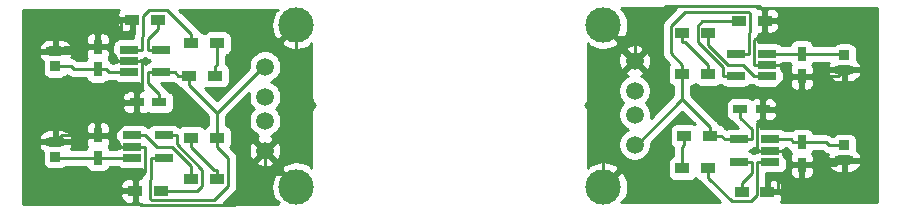
<source format=gtl>
%TF.GenerationSoftware,KiCad,Pcbnew,5.1.10*%
%TF.CreationDate,2021-10-31T19:01:46+09:00*%
%TF.ProjectId,usb_charger,7573625f-6368-4617-9267-65722e6b6963,rev?*%
%TF.SameCoordinates,Original*%
%TF.FileFunction,Copper,L1,Top*%
%TF.FilePolarity,Positive*%
%FSLAX46Y46*%
G04 Gerber Fmt 4.6, Leading zero omitted, Abs format (unit mm)*
G04 Created by KiCad (PCBNEW 5.1.10) date 2021-10-31 19:01:46*
%MOMM*%
%LPD*%
G01*
G04 APERTURE LIST*
%TA.AperFunction,ComponentPad*%
%ADD10R,0.850000X0.850000*%
%TD*%
%TA.AperFunction,ComponentPad*%
%ADD11O,1.700000X0.850000*%
%TD*%
%TA.AperFunction,ComponentPad*%
%ADD12C,1.500000*%
%TD*%
%TA.AperFunction,ComponentPad*%
%ADD13C,3.000000*%
%TD*%
%TA.AperFunction,SMDPad,CuDef*%
%ADD14R,1.560000X0.650000*%
%TD*%
%TA.AperFunction,SMDPad,CuDef*%
%ADD15R,1.200000X0.900000*%
%TD*%
%TA.AperFunction,SMDPad,CuDef*%
%ADD16R,1.200000X0.750000*%
%TD*%
%TA.AperFunction,SMDPad,CuDef*%
%ADD17R,0.750000X1.200000*%
%TD*%
%TA.AperFunction,Conductor*%
%ADD18C,0.250000*%
%TD*%
%TA.AperFunction,Conductor*%
%ADD19C,0.254000*%
%TD*%
%TA.AperFunction,Conductor*%
%ADD20C,0.100000*%
%TD*%
G04 APERTURE END LIST*
D10*
%TO.P,J3,1*%
%TO.N,Net-(C3-Pad1)*%
X91800002Y-92849997D03*
D11*
%TO.P,J3,2*%
%TO.N,GND*%
X91800002Y-91599997D03*
%TD*%
D10*
%TO.P,J2,1*%
%TO.N,Net-(C2-Pad1)*%
X91799999Y-85199997D03*
D11*
%TO.P,J2,2*%
%TO.N,GND*%
X91799999Y-83949997D03*
%TD*%
%TO.P,J3,2*%
%TO.N,GND*%
X158600000Y-85500000D03*
D10*
%TO.P,J3,1*%
%TO.N,Net-(C3-Pad1)*%
X158600000Y-84250000D03*
%TD*%
D11*
%TO.P,J2,2*%
%TO.N,GND*%
X158600000Y-93150000D03*
D10*
%TO.P,J2,1*%
%TO.N,Net-(C2-Pad1)*%
X158600000Y-91900000D03*
%TD*%
D12*
%TO.P,J1,4*%
%TO.N,GND*%
X109550002Y-92360005D03*
%TO.P,J1,3*%
%TO.N,N/C*%
X109550002Y-89820005D03*
%TO.P,J1,2*%
X109550002Y-87790005D03*
%TO.P,J1,1*%
%TO.N,Net-(C1-Pad1)*%
X109550002Y-85250005D03*
D13*
%TO.P,J1,5*%
%TO.N,GND*%
X112220002Y-95410005D03*
X112220002Y-81690005D03*
%TD*%
D14*
%TO.P,U2,5*%
%TO.N,Net-(R3-Pad1)*%
X100999999Y-91049998D03*
%TO.P,U2,4*%
%TO.N,Net-(C1-Pad1)*%
X100999999Y-92949998D03*
%TO.P,U2,3*%
%TO.N,Net-(C3-Pad1)*%
X98299999Y-92949998D03*
%TO.P,U2,2*%
%TO.N,GND*%
X98299999Y-91999998D03*
%TO.P,U2,1*%
%TO.N,Net-(R4-Pad1)*%
X98299999Y-91049998D03*
%TD*%
D15*
%TO.P,R4,2*%
%TO.N,Net-(D2-Pad1)*%
X105500002Y-94750000D03*
%TO.P,R4,1*%
%TO.N,Net-(R4-Pad1)*%
X103300002Y-94750000D03*
%TD*%
%TO.P,R2,2*%
%TO.N,Net-(D1-Pad1)*%
X105499996Y-83249999D03*
%TO.P,R2,1*%
%TO.N,Net-(R2-Pad1)*%
X103299996Y-83249999D03*
%TD*%
%TO.P,R3,1*%
%TO.N,Net-(R3-Pad1)*%
X100750000Y-95750001D03*
%TO.P,R3,2*%
%TO.N,GND*%
X98550000Y-95750001D03*
%TD*%
%TO.P,D2,2*%
%TO.N,Net-(C1-Pad1)*%
X105500001Y-91249998D03*
%TO.P,D2,1*%
%TO.N,Net-(D2-Pad1)*%
X103300001Y-91249998D03*
%TD*%
D14*
%TO.P,U1,1*%
%TO.N,Net-(R2-Pad1)*%
X98050000Y-83800000D03*
%TO.P,U1,2*%
%TO.N,GND*%
X98050000Y-84750000D03*
%TO.P,U1,3*%
%TO.N,Net-(C2-Pad1)*%
X98050000Y-85700000D03*
%TO.P,U1,4*%
%TO.N,Net-(C1-Pad1)*%
X100750000Y-85700000D03*
%TO.P,U1,5*%
%TO.N,Net-(R1-Pad1)*%
X100750000Y-83800000D03*
%TD*%
D15*
%TO.P,R1,1*%
%TO.N,Net-(R1-Pad1)*%
X100499999Y-81250002D03*
%TO.P,R1,2*%
%TO.N,GND*%
X98299999Y-81250002D03*
%TD*%
D16*
%TO.P,C1,1*%
%TO.N,Net-(C1-Pad1)*%
X100599999Y-88249999D03*
%TO.P,C1,2*%
%TO.N,GND*%
X98699999Y-88249999D03*
%TD*%
D17*
%TO.P,C2,2*%
%TO.N,GND*%
X95399999Y-83550005D03*
%TO.P,C2,1*%
%TO.N,Net-(C2-Pad1)*%
X95399999Y-85450005D03*
%TD*%
%TO.P,C3,1*%
%TO.N,Net-(C3-Pad1)*%
X95400002Y-92950004D03*
%TO.P,C3,2*%
%TO.N,GND*%
X95400002Y-91050004D03*
%TD*%
D15*
%TO.P,D1,1*%
%TO.N,Net-(D1-Pad1)*%
X105350000Y-86000000D03*
%TO.P,D1,2*%
%TO.N,Net-(C1-Pad1)*%
X103150000Y-86000000D03*
%TD*%
D13*
%TO.P,J1,5*%
%TO.N,GND*%
X138180000Y-95410000D03*
X138180000Y-81690000D03*
D12*
%TO.P,J1,1*%
%TO.N,Net-(C1-Pad1)*%
X140850000Y-91850000D03*
%TO.P,J1,2*%
%TO.N,N/C*%
X140850000Y-89310000D03*
%TO.P,J1,3*%
X140850000Y-87280000D03*
%TO.P,J1,4*%
%TO.N,GND*%
X140850000Y-84740000D03*
%TD*%
D16*
%TO.P,C1,2*%
%TO.N,GND*%
X151700000Y-88850000D03*
%TO.P,C1,1*%
%TO.N,Net-(C1-Pad1)*%
X149800000Y-88850000D03*
%TD*%
D17*
%TO.P,C2,1*%
%TO.N,Net-(C2-Pad1)*%
X155000000Y-91650000D03*
%TO.P,C2,2*%
%TO.N,GND*%
X155000000Y-93550000D03*
%TD*%
%TO.P,C3,2*%
%TO.N,GND*%
X155000000Y-86050000D03*
%TO.P,C3,1*%
%TO.N,Net-(C3-Pad1)*%
X155000000Y-84150000D03*
%TD*%
D15*
%TO.P,D1,2*%
%TO.N,Net-(C1-Pad1)*%
X147250000Y-91100000D03*
%TO.P,D1,1*%
%TO.N,Net-(D1-Pad1)*%
X145050000Y-91100000D03*
%TD*%
%TO.P,D2,1*%
%TO.N,Net-(D2-Pad1)*%
X147100000Y-85850000D03*
%TO.P,D2,2*%
%TO.N,Net-(C1-Pad1)*%
X144900000Y-85850000D03*
%TD*%
%TO.P,R1,2*%
%TO.N,GND*%
X152100000Y-95850000D03*
%TO.P,R1,1*%
%TO.N,Net-(R1-Pad1)*%
X149900000Y-95850000D03*
%TD*%
%TO.P,R2,1*%
%TO.N,Net-(R2-Pad1)*%
X147100000Y-93850000D03*
%TO.P,R2,2*%
%TO.N,Net-(D1-Pad1)*%
X144900000Y-93850000D03*
%TD*%
%TO.P,R3,2*%
%TO.N,GND*%
X151850000Y-81350000D03*
%TO.P,R3,1*%
%TO.N,Net-(R3-Pad1)*%
X149650000Y-81350000D03*
%TD*%
%TO.P,R4,1*%
%TO.N,Net-(R4-Pad1)*%
X147100000Y-82350000D03*
%TO.P,R4,2*%
%TO.N,Net-(D2-Pad1)*%
X144900000Y-82350000D03*
%TD*%
D14*
%TO.P,U1,5*%
%TO.N,Net-(R1-Pad1)*%
X149650000Y-93300000D03*
%TO.P,U1,4*%
%TO.N,Net-(C1-Pad1)*%
X149650000Y-91400000D03*
%TO.P,U1,3*%
%TO.N,Net-(C2-Pad1)*%
X152350000Y-91400000D03*
%TO.P,U1,2*%
%TO.N,GND*%
X152350000Y-92350000D03*
%TO.P,U1,1*%
%TO.N,Net-(R2-Pad1)*%
X152350000Y-93300000D03*
%TD*%
%TO.P,U2,1*%
%TO.N,Net-(R4-Pad1)*%
X152100000Y-86050000D03*
%TO.P,U2,2*%
%TO.N,GND*%
X152100000Y-85100000D03*
%TO.P,U2,3*%
%TO.N,Net-(C3-Pad1)*%
X152100000Y-84150000D03*
%TO.P,U2,4*%
%TO.N,Net-(C1-Pad1)*%
X149400000Y-84150000D03*
%TO.P,U2,5*%
%TO.N,Net-(R3-Pad1)*%
X149400000Y-86050000D03*
%TD*%
D18*
%TO.N,Net-(C1-Pad1)*%
X144900000Y-87974700D02*
X147250000Y-90324700D01*
X144900000Y-85850000D02*
X144900000Y-87974700D01*
X144900000Y-87974700D02*
X141024700Y-91850000D01*
X141024700Y-91850000D02*
X140850000Y-91850000D01*
X147250000Y-91100000D02*
X147250000Y-90324700D01*
X144900000Y-85802700D02*
X144900000Y-85850000D01*
X149800000Y-88850000D02*
X149800000Y-89550300D01*
X149650000Y-91400000D02*
X150755300Y-91400000D01*
X150755300Y-91400000D02*
X150755300Y-90505600D01*
X150755300Y-90505600D02*
X149800000Y-89550300D01*
X149650000Y-91400000D02*
X148475300Y-91400000D01*
X148475300Y-91400000D02*
X148175300Y-91100000D01*
X150505300Y-84150000D02*
X150505300Y-82380300D01*
X150505300Y-82380300D02*
X150612200Y-82273400D01*
X150612200Y-82273400D02*
X150612200Y-80719500D01*
X150612200Y-80719500D02*
X150467300Y-80574600D01*
X150467300Y-80574600D02*
X145133100Y-80574600D01*
X145133100Y-80574600D02*
X143941300Y-81766400D01*
X143941300Y-81766400D02*
X143941300Y-84116000D01*
X143941300Y-84116000D02*
X144900000Y-85074700D01*
X144900000Y-85802700D02*
X144900000Y-85074700D01*
X149400000Y-84150000D02*
X150505300Y-84150000D01*
X147250000Y-91100000D02*
X148175300Y-91100000D01*
X101000002Y-92949998D02*
X99894698Y-92949998D01*
X100750002Y-85699999D02*
X101924700Y-85700000D01*
X105266897Y-96525401D02*
X106458701Y-95333599D01*
X105499999Y-91297300D02*
X105499997Y-92025302D01*
X101924700Y-85700000D02*
X102224702Y-85999999D01*
X103150002Y-85999999D02*
X102224702Y-85999999D01*
X105499998Y-91250002D02*
X105500000Y-89125300D01*
X103150002Y-85999999D02*
X103150001Y-86775303D01*
X100600000Y-88250004D02*
X100599998Y-87549704D01*
X99644703Y-85700002D02*
X99644698Y-86594397D01*
X99644698Y-86594397D02*
X100599998Y-87549704D01*
X109375302Y-85250000D02*
X109550002Y-85250005D01*
X99894698Y-92949998D02*
X99894701Y-94719697D01*
X106458701Y-95333599D02*
X106458701Y-92983999D01*
X106458701Y-92983999D02*
X105499997Y-92025302D01*
X99787802Y-96380497D02*
X99932699Y-96525398D01*
X99932699Y-96525398D02*
X105266897Y-96525401D01*
X105500000Y-89125300D02*
X103150001Y-86775303D01*
X99787800Y-94826597D02*
X99787802Y-96380497D01*
X105500000Y-89125300D02*
X109375302Y-85250000D01*
X105499999Y-91297300D02*
X105499998Y-91250002D01*
X100750002Y-85699999D02*
X99644703Y-85700002D01*
X99894701Y-94719697D02*
X99787800Y-94826597D01*
%TO.N,Net-(C2-Pad1)*%
X155000000Y-91650000D02*
X154299700Y-91650000D01*
X152350000Y-91400000D02*
X154049700Y-91400000D01*
X154049700Y-91400000D02*
X154299700Y-91650000D01*
X157049700Y-91650000D02*
X155000000Y-91650000D01*
X157299700Y-91900000D02*
X157049700Y-91650000D01*
X158600000Y-91900000D02*
X157299700Y-91900000D01*
X96350299Y-85700001D02*
X96100299Y-85450003D01*
X91799999Y-85199997D02*
X93100301Y-85200002D01*
X95400002Y-85450002D02*
X96100299Y-85450003D01*
X98050002Y-85699999D02*
X96350299Y-85700001D01*
X93350300Y-85450000D02*
X95400002Y-85450002D01*
X93100301Y-85200002D02*
X93350300Y-85450000D01*
%TO.N,Net-(C3-Pad1)*%
X152100000Y-84150000D02*
X155000000Y-84150000D01*
X158500000Y-84150000D02*
X158600000Y-84250000D01*
X155000000Y-84150000D02*
X158500000Y-84150000D01*
X95399997Y-92949999D02*
X91899999Y-92950003D01*
X98300000Y-92950002D02*
X95399997Y-92949999D01*
X91899999Y-92950003D02*
X91800002Y-92849997D01*
%TO.N,Net-(D1-Pad1)*%
X145050000Y-91100000D02*
X145050000Y-91875300D01*
X144900000Y-93850000D02*
X144900000Y-92025300D01*
X144900000Y-92025300D02*
X145050000Y-91875300D01*
X105350003Y-85999999D02*
X105350002Y-85224699D01*
X105500002Y-85074698D02*
X105350002Y-85224699D01*
X105499999Y-83249998D02*
X105500002Y-85074698D01*
%TO.N,Net-(D2-Pad1)*%
X144900000Y-82350000D02*
X144900000Y-83125300D01*
X147100000Y-85850000D02*
X147100000Y-85074700D01*
X144900000Y-83125300D02*
X145150600Y-83125300D01*
X145150600Y-83125300D02*
X147100000Y-85074700D01*
X105249399Y-93974700D02*
X103300001Y-92025297D01*
X105500003Y-93974702D02*
X105249399Y-93974700D01*
X103300003Y-91249997D02*
X103300001Y-92025297D01*
X105500000Y-94750000D02*
X105500003Y-93974702D01*
%TO.N,Net-(R1-Pad1)*%
X149900000Y-95850000D02*
X149900000Y-95074700D01*
X149650000Y-93300000D02*
X150755300Y-93300000D01*
X150755300Y-93300000D02*
X150755300Y-94219400D01*
X150755300Y-94219400D02*
X149900000Y-95074700D01*
X100500000Y-81250000D02*
X100499998Y-82025299D01*
X99644701Y-82880597D02*
X100499998Y-82025299D01*
X100749997Y-83800001D02*
X99644699Y-83799997D01*
X99644699Y-83799997D02*
X99644701Y-82880597D01*
%TO.N,Net-(R2-Pad1)*%
X147100000Y-93850000D02*
X147100000Y-94625300D01*
X152350000Y-93300000D02*
X151244700Y-93300000D01*
X151244700Y-93300000D02*
X151244700Y-94405300D01*
X151244700Y-94405300D02*
X151174600Y-94475400D01*
X151174600Y-94475400D02*
X151174600Y-96131800D01*
X151174600Y-96131800D02*
X150681000Y-96625400D01*
X150681000Y-96625400D02*
X149100100Y-96625400D01*
X149100100Y-96625400D02*
X147100000Y-94625300D01*
X103299999Y-83250002D02*
X103299998Y-82474698D01*
X99155303Y-83799997D02*
X99155300Y-82694700D01*
X99155300Y-82694700D02*
X99225400Y-82624599D01*
X101299899Y-80474601D02*
X103299998Y-82474698D01*
X99225398Y-80968201D02*
X99719001Y-80474602D01*
X99225400Y-82624599D02*
X99225398Y-80968201D01*
X98050001Y-83800001D02*
X99155303Y-83799997D01*
X99719001Y-80474602D02*
X101299899Y-80474601D01*
%TO.N,Net-(R3-Pad1)*%
X149400000Y-86050000D02*
X148294700Y-86050000D01*
X148294700Y-86050000D02*
X148294700Y-85269900D01*
X148294700Y-85269900D02*
X146174600Y-83149800D01*
X146174600Y-83149800D02*
X146174600Y-81765300D01*
X146174600Y-81765300D02*
X146589900Y-81350000D01*
X146589900Y-81350000D02*
X149650000Y-81350000D01*
X104225399Y-93950199D02*
X104225403Y-95334699D01*
X103810102Y-95750001D02*
X100749998Y-95750001D01*
X102105297Y-91830101D02*
X104225399Y-93950199D01*
X102105301Y-91050003D02*
X102105297Y-91830101D01*
X104225403Y-95334699D02*
X103810102Y-95750001D01*
X101000001Y-91050002D02*
X102105301Y-91050003D01*
%TO.N,Net-(R4-Pad1)*%
X152100000Y-86050000D02*
X150994700Y-86050000D01*
X150994700Y-86050000D02*
X150019300Y-85074600D01*
X150019300Y-85074600D02*
X148736300Y-85074600D01*
X148736300Y-85074600D02*
X147100000Y-83438300D01*
X147100000Y-83438300D02*
X147100000Y-82350000D01*
X101663704Y-92025399D02*
X103300002Y-93661700D01*
X100380697Y-92025400D02*
X101663704Y-92025399D01*
X98300002Y-91050004D02*
X99405303Y-91050000D01*
X103300002Y-93661700D02*
X103299999Y-94750000D01*
X99405303Y-91050000D02*
X100380697Y-92025400D01*
%TO.N,GND*%
X140850000Y-82766000D02*
X139256000Y-82766000D01*
X139256000Y-82766000D02*
X138180000Y-81690000D01*
X151850000Y-80574700D02*
X151383800Y-80108500D01*
X151383800Y-80108500D02*
X143507500Y-80108500D01*
X143507500Y-80108500D02*
X140850000Y-82766000D01*
X140850000Y-82766000D02*
X140850000Y-84740000D01*
X151850000Y-81350000D02*
X151850000Y-80574700D01*
X151850000Y-81494500D02*
X151850000Y-81350000D01*
X140850000Y-84740000D02*
X138180000Y-87410000D01*
X138180000Y-87410000D02*
X138180000Y-95410000D01*
X151850000Y-81494500D02*
X151850000Y-82125300D01*
X152100000Y-85100000D02*
X153205300Y-85100000D01*
X153824700Y-86025000D02*
X151700000Y-88149700D01*
X153205300Y-85100000D02*
X153205300Y-85405600D01*
X153205300Y-85405600D02*
X153824700Y-86025000D01*
X154299700Y-86050000D02*
X154274700Y-86025000D01*
X154274700Y-86025000D02*
X153824700Y-86025000D01*
X151700000Y-88850000D02*
X151700000Y-88149700D01*
X155000000Y-86050000D02*
X154299700Y-86050000D01*
X153025300Y-95850000D02*
X153025300Y-94824400D01*
X153025300Y-94824400D02*
X154299700Y-93550000D01*
X155000000Y-93550000D02*
X154299700Y-93550000D01*
X152100000Y-95850000D02*
X153025300Y-95850000D01*
X152350000Y-92350000D02*
X151244700Y-92350000D01*
X151700000Y-88850000D02*
X151700000Y-89550300D01*
X151700000Y-89550300D02*
X151244700Y-90005600D01*
X151244700Y-90005600D02*
X151244700Y-92350000D01*
X152100000Y-85100000D02*
X150994700Y-85100000D01*
X151850000Y-82125300D02*
X150994700Y-82980600D01*
X150994700Y-82980600D02*
X150994700Y-85100000D01*
X152350000Y-92350000D02*
X153455300Y-92350000D01*
X153455300Y-92350000D02*
X153455300Y-92705600D01*
X153455300Y-92705600D02*
X154299700Y-93550000D01*
X155000000Y-93550000D02*
X157800000Y-93550000D01*
X155000000Y-86050000D02*
X157650000Y-86050000D01*
X158050000Y-86050000D02*
X157650000Y-86050000D01*
X158600000Y-85500000D02*
X158050000Y-86050000D01*
X158200000Y-93150000D02*
X157800000Y-93550000D01*
X158600000Y-93150000D02*
X158200000Y-93150000D01*
X97374698Y-81250001D02*
X97374700Y-82275600D01*
X99405300Y-94119402D02*
X99405300Y-92000003D01*
X98699999Y-87549702D02*
X99155300Y-87094398D01*
X98050003Y-84750001D02*
X96944699Y-84749999D01*
X98300000Y-81250000D02*
X97374698Y-81250001D01*
X98299998Y-91999995D02*
X97194700Y-92000001D01*
X98299998Y-91999995D02*
X99405300Y-92000003D01*
X109549999Y-94334002D02*
X111144000Y-94333997D01*
X95399999Y-83550004D02*
X92600003Y-83549997D01*
X98550000Y-96525300D02*
X99016198Y-96991498D01*
X95399996Y-91050001D02*
X92749999Y-91049999D01*
X92350001Y-91050001D02*
X92749999Y-91049999D01*
X106892497Y-96991498D02*
X109549999Y-94334002D01*
X98550001Y-95750000D02*
X98550000Y-96525300D01*
X96944700Y-84394398D02*
X96100300Y-83550000D01*
X91800001Y-91599998D02*
X92350001Y-91050001D01*
X98550001Y-95605498D02*
X98550000Y-94974697D01*
X96944699Y-84749999D02*
X96944700Y-84394398D01*
X96100303Y-91050002D02*
X96125298Y-91075000D01*
X98700002Y-88250003D02*
X98699999Y-87549702D01*
X96125298Y-91075000D02*
X96575300Y-91075002D01*
X98700002Y-88250003D02*
X98700003Y-88950304D01*
X99155300Y-87094398D02*
X99155303Y-84749999D01*
X96575300Y-91075002D02*
X98700003Y-88950304D01*
X98050003Y-84750001D02*
X99155303Y-84749999D01*
X95399996Y-91050001D02*
X96100303Y-91050002D01*
X98550000Y-94974697D02*
X99405300Y-94119402D01*
X97194700Y-92000001D02*
X97194701Y-91694402D01*
X97374700Y-82275600D02*
X96100300Y-83550000D01*
X95399999Y-83550004D02*
X96100300Y-83550000D01*
X98550001Y-95605498D02*
X98550001Y-95750000D01*
X91799999Y-83949999D02*
X92199999Y-83950002D01*
X97194701Y-91694402D02*
X96575300Y-91075002D01*
X109549999Y-94334002D02*
X109550000Y-92360000D01*
X92199999Y-83950002D02*
X92600003Y-83549997D01*
X111144000Y-94333997D02*
X112220003Y-95410000D01*
X109550000Y-92360000D02*
X112220000Y-89689998D01*
X99016198Y-96991498D02*
X106892497Y-96991498D01*
X112220000Y-89689998D02*
X112220004Y-81690000D01*
%TD*%
D19*
%TO.N,GND*%
X97169462Y-80445508D02*
X97110497Y-80555822D01*
X97074187Y-80675520D01*
X97061927Y-80800002D01*
X97064999Y-80964252D01*
X97223749Y-81123002D01*
X98172999Y-81123002D01*
X98172999Y-81103002D01*
X98426999Y-81103002D01*
X98426999Y-81123002D01*
X98446999Y-81123002D01*
X98446999Y-81377002D01*
X98426999Y-81377002D01*
X98426999Y-82176252D01*
X98465400Y-82214653D01*
X98465400Y-82373183D01*
X98449752Y-82402459D01*
X98433414Y-82456322D01*
X98406297Y-82545717D01*
X98395300Y-82657370D01*
X98395300Y-82657380D01*
X98391624Y-82694705D01*
X98395300Y-82732028D01*
X98395301Y-82836928D01*
X97270000Y-82836928D01*
X97145518Y-82849188D01*
X97025820Y-82885498D01*
X96915506Y-82944463D01*
X96818815Y-83023815D01*
X96739463Y-83120506D01*
X96680498Y-83230820D01*
X96644188Y-83350518D01*
X96631928Y-83475000D01*
X96631928Y-84125000D01*
X96644188Y-84249482D01*
X96651929Y-84275000D01*
X96644188Y-84300518D01*
X96631928Y-84425000D01*
X96635000Y-84464250D01*
X96793750Y-84623000D01*
X96875859Y-84623000D01*
X96915506Y-84655537D01*
X97025820Y-84714502D01*
X97142841Y-84750000D01*
X97025820Y-84785498D01*
X96915506Y-84844463D01*
X96875859Y-84877000D01*
X96793750Y-84877000D01*
X96730749Y-84940001D01*
X96665099Y-84940001D01*
X96664097Y-84938999D01*
X96640300Y-84910003D01*
X96611302Y-84886205D01*
X96611299Y-84886202D01*
X96537607Y-84825725D01*
X96524575Y-84815030D01*
X96524573Y-84815029D01*
X96524572Y-84815028D01*
X96463629Y-84782453D01*
X96403239Y-84750173D01*
X96400811Y-84725523D01*
X96364501Y-84605825D01*
X96307938Y-84500005D01*
X96364501Y-84394185D01*
X96400811Y-84274487D01*
X96413071Y-84150005D01*
X96409999Y-83835755D01*
X96251249Y-83677005D01*
X95526999Y-83677005D01*
X95526999Y-83697005D01*
X95272999Y-83697005D01*
X95272999Y-83677005D01*
X94548749Y-83677005D01*
X94389999Y-83835755D01*
X94386927Y-84150005D01*
X94399187Y-84274487D01*
X94435497Y-84394185D01*
X94492060Y-84500005D01*
X94435497Y-84605825D01*
X94409962Y-84690002D01*
X93665101Y-84690000D01*
X93664099Y-84688999D01*
X93640304Y-84660004D01*
X93611304Y-84636204D01*
X93611302Y-84636202D01*
X93574287Y-84605825D01*
X93524579Y-84565030D01*
X93392550Y-84494458D01*
X93392549Y-84494458D01*
X93392546Y-84494456D01*
X93279856Y-84460272D01*
X93249289Y-84451000D01*
X93249288Y-84451000D01*
X93249285Y-84450999D01*
X93170571Y-84443247D01*
X93176915Y-84433305D01*
X93244539Y-84240059D01*
X93117256Y-84076997D01*
X91926999Y-84076997D01*
X91926999Y-84096997D01*
X91672999Y-84096997D01*
X91672999Y-84076997D01*
X90482742Y-84076997D01*
X90355459Y-84240059D01*
X90423083Y-84433305D01*
X90535663Y-84609728D01*
X90680498Y-84760798D01*
X90736927Y-84800247D01*
X90736927Y-85624997D01*
X90749187Y-85749479D01*
X90785497Y-85869177D01*
X90844462Y-85979491D01*
X90923814Y-86076182D01*
X91020505Y-86155534D01*
X91130819Y-86214499D01*
X91250517Y-86250809D01*
X91374999Y-86263069D01*
X92224999Y-86263069D01*
X92349481Y-86250809D01*
X92469179Y-86214499D01*
X92579493Y-86155534D01*
X92676184Y-86076182D01*
X92755536Y-85979491D01*
X92765954Y-85960000D01*
X92785499Y-85960000D01*
X92786502Y-85961003D01*
X92810299Y-85990000D01*
X92839297Y-86013798D01*
X92839299Y-86013800D01*
X92926025Y-86084974D01*
X93041002Y-86146431D01*
X93058033Y-86155534D01*
X93058055Y-86155546D01*
X93120497Y-86174487D01*
X93201314Y-86199002D01*
X93312967Y-86209999D01*
X93312968Y-86209999D01*
X93350301Y-86213676D01*
X93387633Y-86209999D01*
X94409960Y-86210001D01*
X94435497Y-86294185D01*
X94494462Y-86404499D01*
X94573814Y-86501190D01*
X94670505Y-86580542D01*
X94780819Y-86639507D01*
X94900517Y-86675817D01*
X95024999Y-86688077D01*
X95774999Y-86688077D01*
X95899481Y-86675817D01*
X96019179Y-86639507D01*
X96129493Y-86580542D01*
X96226184Y-86501190D01*
X96263949Y-86455173D01*
X96312967Y-86460001D01*
X96312977Y-86460001D01*
X96350302Y-86463677D01*
X96387626Y-86460001D01*
X96805532Y-86460000D01*
X96818815Y-86476185D01*
X96915506Y-86555537D01*
X97025820Y-86614502D01*
X97145518Y-86650812D01*
X97270000Y-86663072D01*
X98830000Y-86663072D01*
X98887230Y-86657435D01*
X98889041Y-86675817D01*
X98895695Y-86743380D01*
X98917019Y-86813677D01*
X98939151Y-86886640D01*
X99009722Y-87018669D01*
X99104694Y-87134394D01*
X99133691Y-87158192D01*
X99213274Y-87237775D01*
X98985749Y-87239999D01*
X98826999Y-87398749D01*
X98826999Y-88122999D01*
X98846999Y-88122999D01*
X98846999Y-88376999D01*
X98826999Y-88376999D01*
X98826999Y-89101249D01*
X98985749Y-89259999D01*
X99299999Y-89263071D01*
X99424481Y-89250811D01*
X99544179Y-89214501D01*
X99649999Y-89157938D01*
X99755819Y-89214501D01*
X99875517Y-89250811D01*
X99999999Y-89263071D01*
X101199999Y-89263071D01*
X101324481Y-89250811D01*
X101444179Y-89214501D01*
X101554493Y-89155536D01*
X101651184Y-89076184D01*
X101730536Y-88979493D01*
X101789501Y-88869179D01*
X101825811Y-88749481D01*
X101838071Y-88624999D01*
X101838071Y-87874999D01*
X101825811Y-87750517D01*
X101789501Y-87630819D01*
X101730536Y-87520505D01*
X101651184Y-87423814D01*
X101554493Y-87344462D01*
X101444179Y-87285497D01*
X101324481Y-87249187D01*
X101299826Y-87246759D01*
X101294570Y-87236927D01*
X101234973Y-87125430D01*
X101163799Y-87038703D01*
X101163791Y-87038695D01*
X101139997Y-87009702D01*
X101111006Y-86985910D01*
X100788170Y-86663072D01*
X101530000Y-86663072D01*
X101654482Y-86650812D01*
X101774180Y-86614502D01*
X101774968Y-86614081D01*
X101800426Y-86634973D01*
X101932455Y-86705545D01*
X101973175Y-86717897D01*
X102019463Y-86804494D01*
X102098815Y-86901185D01*
X102195506Y-86980537D01*
X102305820Y-87039502D01*
X102425518Y-87075812D01*
X102450169Y-87078240D01*
X102515027Y-87199578D01*
X102610000Y-87315303D01*
X102638998Y-87339101D01*
X104740001Y-89440103D01*
X104740000Y-90184961D01*
X104655821Y-90210496D01*
X104545507Y-90269461D01*
X104448816Y-90348813D01*
X104400001Y-90408294D01*
X104351186Y-90348813D01*
X104254495Y-90269461D01*
X104144181Y-90210496D01*
X104024483Y-90174186D01*
X103900001Y-90161926D01*
X102700001Y-90161926D01*
X102575519Y-90174186D01*
X102455821Y-90210496D01*
X102345507Y-90269461D01*
X102292830Y-90312692D01*
X102254290Y-90301001D01*
X102253427Y-90300916D01*
X102231184Y-90273813D01*
X102134493Y-90194461D01*
X102024179Y-90135496D01*
X101904481Y-90099186D01*
X101779999Y-90086926D01*
X100219999Y-90086926D01*
X100095517Y-90099186D01*
X99975819Y-90135496D01*
X99865505Y-90194461D01*
X99768814Y-90273813D01*
X99706788Y-90349392D01*
X99697551Y-90344455D01*
X99697550Y-90344455D01*
X99697547Y-90344453D01*
X99597077Y-90313977D01*
X99554291Y-90300998D01*
X99554288Y-90300998D01*
X99554286Y-90300997D01*
X99553424Y-90300912D01*
X99531184Y-90273813D01*
X99434493Y-90194461D01*
X99324179Y-90135496D01*
X99204481Y-90099186D01*
X99079999Y-90086926D01*
X97519999Y-90086926D01*
X97395517Y-90099186D01*
X97275819Y-90135496D01*
X97165505Y-90194461D01*
X97068814Y-90273813D01*
X96989462Y-90370504D01*
X96930497Y-90480818D01*
X96894187Y-90600516D01*
X96881927Y-90724998D01*
X96881927Y-91374998D01*
X96894187Y-91499480D01*
X96901928Y-91524998D01*
X96894187Y-91550516D01*
X96881927Y-91674998D01*
X96884999Y-91714248D01*
X97043749Y-91872998D01*
X97125858Y-91872998D01*
X97165505Y-91905535D01*
X97275819Y-91964500D01*
X97392840Y-91999998D01*
X97275819Y-92035496D01*
X97165505Y-92094461D01*
X97125858Y-92126998D01*
X97043749Y-92126998D01*
X96980746Y-92190001D01*
X96390039Y-92190000D01*
X96364504Y-92105824D01*
X96307941Y-92000004D01*
X96364504Y-91894184D01*
X96400814Y-91774486D01*
X96413074Y-91650004D01*
X96410002Y-91335754D01*
X96251252Y-91177004D01*
X95527002Y-91177004D01*
X95527002Y-91197004D01*
X95273002Y-91197004D01*
X95273002Y-91177004D01*
X94548752Y-91177004D01*
X94390002Y-91335754D01*
X94386930Y-91650004D01*
X94399190Y-91774486D01*
X94435500Y-91894184D01*
X94492063Y-92000004D01*
X94435500Y-92105824D01*
X94409965Y-92190000D01*
X93108832Y-92190002D01*
X93176918Y-92083305D01*
X93244542Y-91890059D01*
X93117259Y-91726997D01*
X91927002Y-91726997D01*
X91927002Y-91746997D01*
X91673002Y-91746997D01*
X91673002Y-91726997D01*
X90482745Y-91726997D01*
X90355462Y-91890059D01*
X90423086Y-92083305D01*
X90535666Y-92259728D01*
X90680501Y-92410798D01*
X90736930Y-92450247D01*
X90736930Y-93274997D01*
X90749190Y-93399479D01*
X90785500Y-93519177D01*
X90844465Y-93629491D01*
X90923817Y-93726182D01*
X91020508Y-93805534D01*
X91130822Y-93864499D01*
X91250520Y-93900809D01*
X91375002Y-93913069D01*
X92225002Y-93913069D01*
X92349484Y-93900809D01*
X92469182Y-93864499D01*
X92579496Y-93805534D01*
X92676187Y-93726182D01*
X92689466Y-93710002D01*
X94409963Y-93709999D01*
X94435500Y-93794184D01*
X94494465Y-93904498D01*
X94573817Y-94001189D01*
X94670508Y-94080541D01*
X94780822Y-94139506D01*
X94900520Y-94175816D01*
X95025002Y-94188076D01*
X95775002Y-94188076D01*
X95899484Y-94175816D01*
X96019182Y-94139506D01*
X96129496Y-94080541D01*
X96226187Y-94001189D01*
X96305539Y-93904498D01*
X96364504Y-93794184D01*
X96390041Y-93709999D01*
X97055533Y-93710000D01*
X97068814Y-93726183D01*
X97165505Y-93805535D01*
X97275819Y-93864500D01*
X97395517Y-93900810D01*
X97519999Y-93913070D01*
X99079999Y-93913070D01*
X99134700Y-93907683D01*
X99134701Y-94436230D01*
X99082254Y-94534351D01*
X99043238Y-94662973D01*
X98835750Y-94665001D01*
X98677000Y-94823751D01*
X98677000Y-95623001D01*
X98697000Y-95623001D01*
X98697000Y-95877001D01*
X98677000Y-95877001D01*
X98677000Y-96676251D01*
X98835750Y-96835001D01*
X99150000Y-96838073D01*
X99177902Y-96835325D01*
X99181740Y-96840001D01*
X89060000Y-96840003D01*
X89060000Y-96200001D01*
X97311928Y-96200001D01*
X97324188Y-96324483D01*
X97360498Y-96444181D01*
X97419463Y-96554495D01*
X97498815Y-96651186D01*
X97595506Y-96730538D01*
X97705820Y-96789503D01*
X97825518Y-96825813D01*
X97950000Y-96838073D01*
X98264250Y-96835001D01*
X98423000Y-96676251D01*
X98423000Y-95877001D01*
X97473750Y-95877001D01*
X97315000Y-96035751D01*
X97311928Y-96200001D01*
X89060000Y-96200001D01*
X89060000Y-95300001D01*
X97311928Y-95300001D01*
X97315000Y-95464251D01*
X97473750Y-95623001D01*
X98423000Y-95623001D01*
X98423000Y-94823751D01*
X98264250Y-94665001D01*
X97950000Y-94661929D01*
X97825518Y-94674189D01*
X97705820Y-94710499D01*
X97595506Y-94769464D01*
X97498815Y-94848816D01*
X97419463Y-94945507D01*
X97360498Y-95055821D01*
X97324188Y-95175519D01*
X97311928Y-95300001D01*
X89060000Y-95300001D01*
X89060000Y-91309935D01*
X90355462Y-91309935D01*
X90482745Y-91472997D01*
X91673002Y-91472997D01*
X91673002Y-90539997D01*
X91927002Y-90539997D01*
X91927002Y-91472997D01*
X93117259Y-91472997D01*
X93244542Y-91309935D01*
X93176918Y-91116689D01*
X93064338Y-90940266D01*
X92919503Y-90789196D01*
X92747979Y-90669285D01*
X92556357Y-90585141D01*
X92352002Y-90539997D01*
X91927002Y-90539997D01*
X91673002Y-90539997D01*
X91248002Y-90539997D01*
X91043647Y-90585141D01*
X90852025Y-90669285D01*
X90680501Y-90789196D01*
X90535666Y-90940266D01*
X90423086Y-91116689D01*
X90355462Y-91309935D01*
X89060000Y-91309935D01*
X89060000Y-90450004D01*
X94386930Y-90450004D01*
X94390002Y-90764254D01*
X94548752Y-90923004D01*
X95273002Y-90923004D01*
X95273002Y-89973754D01*
X95527002Y-89973754D01*
X95527002Y-90923004D01*
X96251252Y-90923004D01*
X96410002Y-90764254D01*
X96413074Y-90450004D01*
X96400814Y-90325522D01*
X96364504Y-90205824D01*
X96305539Y-90095510D01*
X96226187Y-89998819D01*
X96129496Y-89919467D01*
X96019182Y-89860502D01*
X95899484Y-89824192D01*
X95775002Y-89811932D01*
X95685752Y-89815004D01*
X95527002Y-89973754D01*
X95273002Y-89973754D01*
X95114252Y-89815004D01*
X95025002Y-89811932D01*
X94900520Y-89824192D01*
X94780822Y-89860502D01*
X94670508Y-89919467D01*
X94573817Y-89998819D01*
X94494465Y-90095510D01*
X94435500Y-90205824D01*
X94399190Y-90325522D01*
X94386930Y-90450004D01*
X89060000Y-90450004D01*
X89060000Y-88624999D01*
X97461927Y-88624999D01*
X97474187Y-88749481D01*
X97510497Y-88869179D01*
X97569462Y-88979493D01*
X97648814Y-89076184D01*
X97745505Y-89155536D01*
X97855819Y-89214501D01*
X97975517Y-89250811D01*
X98099999Y-89263071D01*
X98414249Y-89259999D01*
X98572999Y-89101249D01*
X98572999Y-88376999D01*
X97623749Y-88376999D01*
X97464999Y-88535749D01*
X97461927Y-88624999D01*
X89060000Y-88624999D01*
X89060000Y-87874999D01*
X97461927Y-87874999D01*
X97464999Y-87964249D01*
X97623749Y-88122999D01*
X98572999Y-88122999D01*
X98572999Y-87398749D01*
X98414249Y-87239999D01*
X98099999Y-87236927D01*
X97975517Y-87249187D01*
X97855819Y-87285497D01*
X97745505Y-87344462D01*
X97648814Y-87423814D01*
X97569462Y-87520505D01*
X97510497Y-87630819D01*
X97474187Y-87750517D01*
X97461927Y-87874999D01*
X89060000Y-87874999D01*
X89059999Y-83659935D01*
X90355459Y-83659935D01*
X90482742Y-83822997D01*
X91672999Y-83822997D01*
X91672999Y-82889997D01*
X91926999Y-82889997D01*
X91926999Y-83822997D01*
X93117256Y-83822997D01*
X93244539Y-83659935D01*
X93176915Y-83466689D01*
X93064335Y-83290266D01*
X92919500Y-83139196D01*
X92747976Y-83019285D01*
X92590204Y-82950005D01*
X94386927Y-82950005D01*
X94389999Y-83264255D01*
X94548749Y-83423005D01*
X95272999Y-83423005D01*
X95272999Y-82473755D01*
X95526999Y-82473755D01*
X95526999Y-83423005D01*
X96251249Y-83423005D01*
X96409999Y-83264255D01*
X96413071Y-82950005D01*
X96400811Y-82825523D01*
X96364501Y-82705825D01*
X96305536Y-82595511D01*
X96226184Y-82498820D01*
X96129493Y-82419468D01*
X96019179Y-82360503D01*
X95899481Y-82324193D01*
X95774999Y-82311933D01*
X95685749Y-82315005D01*
X95526999Y-82473755D01*
X95272999Y-82473755D01*
X95114249Y-82315005D01*
X95024999Y-82311933D01*
X94900517Y-82324193D01*
X94780819Y-82360503D01*
X94670505Y-82419468D01*
X94573814Y-82498820D01*
X94494462Y-82595511D01*
X94435497Y-82705825D01*
X94399187Y-82825523D01*
X94386927Y-82950005D01*
X92590204Y-82950005D01*
X92556354Y-82935141D01*
X92351999Y-82889997D01*
X91926999Y-82889997D01*
X91672999Y-82889997D01*
X91247999Y-82889997D01*
X91043644Y-82935141D01*
X90852022Y-83019285D01*
X90680498Y-83139196D01*
X90535663Y-83290266D01*
X90423083Y-83466689D01*
X90355459Y-83659935D01*
X89059999Y-83659935D01*
X89059999Y-81700002D01*
X97061927Y-81700002D01*
X97074187Y-81824484D01*
X97110497Y-81944182D01*
X97169462Y-82054496D01*
X97248814Y-82151187D01*
X97345505Y-82230539D01*
X97455819Y-82289504D01*
X97575517Y-82325814D01*
X97699999Y-82338074D01*
X98014249Y-82335002D01*
X98172999Y-82176252D01*
X98172999Y-81377002D01*
X97223749Y-81377002D01*
X97064999Y-81535752D01*
X97061927Y-81700002D01*
X89059999Y-81700002D01*
X89059998Y-80410002D01*
X97198602Y-80410001D01*
X97169462Y-80445508D01*
%TA.AperFunction,Conductor*%
D20*
G36*
X97169462Y-80445508D02*
G01*
X97110497Y-80555822D01*
X97074187Y-80675520D01*
X97061927Y-80800002D01*
X97064999Y-80964252D01*
X97223749Y-81123002D01*
X98172999Y-81123002D01*
X98172999Y-81103002D01*
X98426999Y-81103002D01*
X98426999Y-81123002D01*
X98446999Y-81123002D01*
X98446999Y-81377002D01*
X98426999Y-81377002D01*
X98426999Y-82176252D01*
X98465400Y-82214653D01*
X98465400Y-82373183D01*
X98449752Y-82402459D01*
X98433414Y-82456322D01*
X98406297Y-82545717D01*
X98395300Y-82657370D01*
X98395300Y-82657380D01*
X98391624Y-82694705D01*
X98395300Y-82732028D01*
X98395301Y-82836928D01*
X97270000Y-82836928D01*
X97145518Y-82849188D01*
X97025820Y-82885498D01*
X96915506Y-82944463D01*
X96818815Y-83023815D01*
X96739463Y-83120506D01*
X96680498Y-83230820D01*
X96644188Y-83350518D01*
X96631928Y-83475000D01*
X96631928Y-84125000D01*
X96644188Y-84249482D01*
X96651929Y-84275000D01*
X96644188Y-84300518D01*
X96631928Y-84425000D01*
X96635000Y-84464250D01*
X96793750Y-84623000D01*
X96875859Y-84623000D01*
X96915506Y-84655537D01*
X97025820Y-84714502D01*
X97142841Y-84750000D01*
X97025820Y-84785498D01*
X96915506Y-84844463D01*
X96875859Y-84877000D01*
X96793750Y-84877000D01*
X96730749Y-84940001D01*
X96665099Y-84940001D01*
X96664097Y-84938999D01*
X96640300Y-84910003D01*
X96611302Y-84886205D01*
X96611299Y-84886202D01*
X96537607Y-84825725D01*
X96524575Y-84815030D01*
X96524573Y-84815029D01*
X96524572Y-84815028D01*
X96463629Y-84782453D01*
X96403239Y-84750173D01*
X96400811Y-84725523D01*
X96364501Y-84605825D01*
X96307938Y-84500005D01*
X96364501Y-84394185D01*
X96400811Y-84274487D01*
X96413071Y-84150005D01*
X96409999Y-83835755D01*
X96251249Y-83677005D01*
X95526999Y-83677005D01*
X95526999Y-83697005D01*
X95272999Y-83697005D01*
X95272999Y-83677005D01*
X94548749Y-83677005D01*
X94389999Y-83835755D01*
X94386927Y-84150005D01*
X94399187Y-84274487D01*
X94435497Y-84394185D01*
X94492060Y-84500005D01*
X94435497Y-84605825D01*
X94409962Y-84690002D01*
X93665101Y-84690000D01*
X93664099Y-84688999D01*
X93640304Y-84660004D01*
X93611304Y-84636204D01*
X93611302Y-84636202D01*
X93574287Y-84605825D01*
X93524579Y-84565030D01*
X93392550Y-84494458D01*
X93392549Y-84494458D01*
X93392546Y-84494456D01*
X93279856Y-84460272D01*
X93249289Y-84451000D01*
X93249288Y-84451000D01*
X93249285Y-84450999D01*
X93170571Y-84443247D01*
X93176915Y-84433305D01*
X93244539Y-84240059D01*
X93117256Y-84076997D01*
X91926999Y-84076997D01*
X91926999Y-84096997D01*
X91672999Y-84096997D01*
X91672999Y-84076997D01*
X90482742Y-84076997D01*
X90355459Y-84240059D01*
X90423083Y-84433305D01*
X90535663Y-84609728D01*
X90680498Y-84760798D01*
X90736927Y-84800247D01*
X90736927Y-85624997D01*
X90749187Y-85749479D01*
X90785497Y-85869177D01*
X90844462Y-85979491D01*
X90923814Y-86076182D01*
X91020505Y-86155534D01*
X91130819Y-86214499D01*
X91250517Y-86250809D01*
X91374999Y-86263069D01*
X92224999Y-86263069D01*
X92349481Y-86250809D01*
X92469179Y-86214499D01*
X92579493Y-86155534D01*
X92676184Y-86076182D01*
X92755536Y-85979491D01*
X92765954Y-85960000D01*
X92785499Y-85960000D01*
X92786502Y-85961003D01*
X92810299Y-85990000D01*
X92839297Y-86013798D01*
X92839299Y-86013800D01*
X92926025Y-86084974D01*
X93041002Y-86146431D01*
X93058033Y-86155534D01*
X93058055Y-86155546D01*
X93120497Y-86174487D01*
X93201314Y-86199002D01*
X93312967Y-86209999D01*
X93312968Y-86209999D01*
X93350301Y-86213676D01*
X93387633Y-86209999D01*
X94409960Y-86210001D01*
X94435497Y-86294185D01*
X94494462Y-86404499D01*
X94573814Y-86501190D01*
X94670505Y-86580542D01*
X94780819Y-86639507D01*
X94900517Y-86675817D01*
X95024999Y-86688077D01*
X95774999Y-86688077D01*
X95899481Y-86675817D01*
X96019179Y-86639507D01*
X96129493Y-86580542D01*
X96226184Y-86501190D01*
X96263949Y-86455173D01*
X96312967Y-86460001D01*
X96312977Y-86460001D01*
X96350302Y-86463677D01*
X96387626Y-86460001D01*
X96805532Y-86460000D01*
X96818815Y-86476185D01*
X96915506Y-86555537D01*
X97025820Y-86614502D01*
X97145518Y-86650812D01*
X97270000Y-86663072D01*
X98830000Y-86663072D01*
X98887230Y-86657435D01*
X98889041Y-86675817D01*
X98895695Y-86743380D01*
X98917019Y-86813677D01*
X98939151Y-86886640D01*
X99009722Y-87018669D01*
X99104694Y-87134394D01*
X99133691Y-87158192D01*
X99213274Y-87237775D01*
X98985749Y-87239999D01*
X98826999Y-87398749D01*
X98826999Y-88122999D01*
X98846999Y-88122999D01*
X98846999Y-88376999D01*
X98826999Y-88376999D01*
X98826999Y-89101249D01*
X98985749Y-89259999D01*
X99299999Y-89263071D01*
X99424481Y-89250811D01*
X99544179Y-89214501D01*
X99649999Y-89157938D01*
X99755819Y-89214501D01*
X99875517Y-89250811D01*
X99999999Y-89263071D01*
X101199999Y-89263071D01*
X101324481Y-89250811D01*
X101444179Y-89214501D01*
X101554493Y-89155536D01*
X101651184Y-89076184D01*
X101730536Y-88979493D01*
X101789501Y-88869179D01*
X101825811Y-88749481D01*
X101838071Y-88624999D01*
X101838071Y-87874999D01*
X101825811Y-87750517D01*
X101789501Y-87630819D01*
X101730536Y-87520505D01*
X101651184Y-87423814D01*
X101554493Y-87344462D01*
X101444179Y-87285497D01*
X101324481Y-87249187D01*
X101299826Y-87246759D01*
X101294570Y-87236927D01*
X101234973Y-87125430D01*
X101163799Y-87038703D01*
X101163791Y-87038695D01*
X101139997Y-87009702D01*
X101111006Y-86985910D01*
X100788170Y-86663072D01*
X101530000Y-86663072D01*
X101654482Y-86650812D01*
X101774180Y-86614502D01*
X101774968Y-86614081D01*
X101800426Y-86634973D01*
X101932455Y-86705545D01*
X101973175Y-86717897D01*
X102019463Y-86804494D01*
X102098815Y-86901185D01*
X102195506Y-86980537D01*
X102305820Y-87039502D01*
X102425518Y-87075812D01*
X102450169Y-87078240D01*
X102515027Y-87199578D01*
X102610000Y-87315303D01*
X102638998Y-87339101D01*
X104740001Y-89440103D01*
X104740000Y-90184961D01*
X104655821Y-90210496D01*
X104545507Y-90269461D01*
X104448816Y-90348813D01*
X104400001Y-90408294D01*
X104351186Y-90348813D01*
X104254495Y-90269461D01*
X104144181Y-90210496D01*
X104024483Y-90174186D01*
X103900001Y-90161926D01*
X102700001Y-90161926D01*
X102575519Y-90174186D01*
X102455821Y-90210496D01*
X102345507Y-90269461D01*
X102292830Y-90312692D01*
X102254290Y-90301001D01*
X102253427Y-90300916D01*
X102231184Y-90273813D01*
X102134493Y-90194461D01*
X102024179Y-90135496D01*
X101904481Y-90099186D01*
X101779999Y-90086926D01*
X100219999Y-90086926D01*
X100095517Y-90099186D01*
X99975819Y-90135496D01*
X99865505Y-90194461D01*
X99768814Y-90273813D01*
X99706788Y-90349392D01*
X99697551Y-90344455D01*
X99697550Y-90344455D01*
X99697547Y-90344453D01*
X99597077Y-90313977D01*
X99554291Y-90300998D01*
X99554288Y-90300998D01*
X99554286Y-90300997D01*
X99553424Y-90300912D01*
X99531184Y-90273813D01*
X99434493Y-90194461D01*
X99324179Y-90135496D01*
X99204481Y-90099186D01*
X99079999Y-90086926D01*
X97519999Y-90086926D01*
X97395517Y-90099186D01*
X97275819Y-90135496D01*
X97165505Y-90194461D01*
X97068814Y-90273813D01*
X96989462Y-90370504D01*
X96930497Y-90480818D01*
X96894187Y-90600516D01*
X96881927Y-90724998D01*
X96881927Y-91374998D01*
X96894187Y-91499480D01*
X96901928Y-91524998D01*
X96894187Y-91550516D01*
X96881927Y-91674998D01*
X96884999Y-91714248D01*
X97043749Y-91872998D01*
X97125858Y-91872998D01*
X97165505Y-91905535D01*
X97275819Y-91964500D01*
X97392840Y-91999998D01*
X97275819Y-92035496D01*
X97165505Y-92094461D01*
X97125858Y-92126998D01*
X97043749Y-92126998D01*
X96980746Y-92190001D01*
X96390039Y-92190000D01*
X96364504Y-92105824D01*
X96307941Y-92000004D01*
X96364504Y-91894184D01*
X96400814Y-91774486D01*
X96413074Y-91650004D01*
X96410002Y-91335754D01*
X96251252Y-91177004D01*
X95527002Y-91177004D01*
X95527002Y-91197004D01*
X95273002Y-91197004D01*
X95273002Y-91177004D01*
X94548752Y-91177004D01*
X94390002Y-91335754D01*
X94386930Y-91650004D01*
X94399190Y-91774486D01*
X94435500Y-91894184D01*
X94492063Y-92000004D01*
X94435500Y-92105824D01*
X94409965Y-92190000D01*
X93108832Y-92190002D01*
X93176918Y-92083305D01*
X93244542Y-91890059D01*
X93117259Y-91726997D01*
X91927002Y-91726997D01*
X91927002Y-91746997D01*
X91673002Y-91746997D01*
X91673002Y-91726997D01*
X90482745Y-91726997D01*
X90355462Y-91890059D01*
X90423086Y-92083305D01*
X90535666Y-92259728D01*
X90680501Y-92410798D01*
X90736930Y-92450247D01*
X90736930Y-93274997D01*
X90749190Y-93399479D01*
X90785500Y-93519177D01*
X90844465Y-93629491D01*
X90923817Y-93726182D01*
X91020508Y-93805534D01*
X91130822Y-93864499D01*
X91250520Y-93900809D01*
X91375002Y-93913069D01*
X92225002Y-93913069D01*
X92349484Y-93900809D01*
X92469182Y-93864499D01*
X92579496Y-93805534D01*
X92676187Y-93726182D01*
X92689466Y-93710002D01*
X94409963Y-93709999D01*
X94435500Y-93794184D01*
X94494465Y-93904498D01*
X94573817Y-94001189D01*
X94670508Y-94080541D01*
X94780822Y-94139506D01*
X94900520Y-94175816D01*
X95025002Y-94188076D01*
X95775002Y-94188076D01*
X95899484Y-94175816D01*
X96019182Y-94139506D01*
X96129496Y-94080541D01*
X96226187Y-94001189D01*
X96305539Y-93904498D01*
X96364504Y-93794184D01*
X96390041Y-93709999D01*
X97055533Y-93710000D01*
X97068814Y-93726183D01*
X97165505Y-93805535D01*
X97275819Y-93864500D01*
X97395517Y-93900810D01*
X97519999Y-93913070D01*
X99079999Y-93913070D01*
X99134700Y-93907683D01*
X99134701Y-94436230D01*
X99082254Y-94534351D01*
X99043238Y-94662973D01*
X98835750Y-94665001D01*
X98677000Y-94823751D01*
X98677000Y-95623001D01*
X98697000Y-95623001D01*
X98697000Y-95877001D01*
X98677000Y-95877001D01*
X98677000Y-96676251D01*
X98835750Y-96835001D01*
X99150000Y-96838073D01*
X99177902Y-96835325D01*
X99181740Y-96840001D01*
X89060000Y-96840003D01*
X89060000Y-96200001D01*
X97311928Y-96200001D01*
X97324188Y-96324483D01*
X97360498Y-96444181D01*
X97419463Y-96554495D01*
X97498815Y-96651186D01*
X97595506Y-96730538D01*
X97705820Y-96789503D01*
X97825518Y-96825813D01*
X97950000Y-96838073D01*
X98264250Y-96835001D01*
X98423000Y-96676251D01*
X98423000Y-95877001D01*
X97473750Y-95877001D01*
X97315000Y-96035751D01*
X97311928Y-96200001D01*
X89060000Y-96200001D01*
X89060000Y-95300001D01*
X97311928Y-95300001D01*
X97315000Y-95464251D01*
X97473750Y-95623001D01*
X98423000Y-95623001D01*
X98423000Y-94823751D01*
X98264250Y-94665001D01*
X97950000Y-94661929D01*
X97825518Y-94674189D01*
X97705820Y-94710499D01*
X97595506Y-94769464D01*
X97498815Y-94848816D01*
X97419463Y-94945507D01*
X97360498Y-95055821D01*
X97324188Y-95175519D01*
X97311928Y-95300001D01*
X89060000Y-95300001D01*
X89060000Y-91309935D01*
X90355462Y-91309935D01*
X90482745Y-91472997D01*
X91673002Y-91472997D01*
X91673002Y-90539997D01*
X91927002Y-90539997D01*
X91927002Y-91472997D01*
X93117259Y-91472997D01*
X93244542Y-91309935D01*
X93176918Y-91116689D01*
X93064338Y-90940266D01*
X92919503Y-90789196D01*
X92747979Y-90669285D01*
X92556357Y-90585141D01*
X92352002Y-90539997D01*
X91927002Y-90539997D01*
X91673002Y-90539997D01*
X91248002Y-90539997D01*
X91043647Y-90585141D01*
X90852025Y-90669285D01*
X90680501Y-90789196D01*
X90535666Y-90940266D01*
X90423086Y-91116689D01*
X90355462Y-91309935D01*
X89060000Y-91309935D01*
X89060000Y-90450004D01*
X94386930Y-90450004D01*
X94390002Y-90764254D01*
X94548752Y-90923004D01*
X95273002Y-90923004D01*
X95273002Y-89973754D01*
X95527002Y-89973754D01*
X95527002Y-90923004D01*
X96251252Y-90923004D01*
X96410002Y-90764254D01*
X96413074Y-90450004D01*
X96400814Y-90325522D01*
X96364504Y-90205824D01*
X96305539Y-90095510D01*
X96226187Y-89998819D01*
X96129496Y-89919467D01*
X96019182Y-89860502D01*
X95899484Y-89824192D01*
X95775002Y-89811932D01*
X95685752Y-89815004D01*
X95527002Y-89973754D01*
X95273002Y-89973754D01*
X95114252Y-89815004D01*
X95025002Y-89811932D01*
X94900520Y-89824192D01*
X94780822Y-89860502D01*
X94670508Y-89919467D01*
X94573817Y-89998819D01*
X94494465Y-90095510D01*
X94435500Y-90205824D01*
X94399190Y-90325522D01*
X94386930Y-90450004D01*
X89060000Y-90450004D01*
X89060000Y-88624999D01*
X97461927Y-88624999D01*
X97474187Y-88749481D01*
X97510497Y-88869179D01*
X97569462Y-88979493D01*
X97648814Y-89076184D01*
X97745505Y-89155536D01*
X97855819Y-89214501D01*
X97975517Y-89250811D01*
X98099999Y-89263071D01*
X98414249Y-89259999D01*
X98572999Y-89101249D01*
X98572999Y-88376999D01*
X97623749Y-88376999D01*
X97464999Y-88535749D01*
X97461927Y-88624999D01*
X89060000Y-88624999D01*
X89060000Y-87874999D01*
X97461927Y-87874999D01*
X97464999Y-87964249D01*
X97623749Y-88122999D01*
X98572999Y-88122999D01*
X98572999Y-87398749D01*
X98414249Y-87239999D01*
X98099999Y-87236927D01*
X97975517Y-87249187D01*
X97855819Y-87285497D01*
X97745505Y-87344462D01*
X97648814Y-87423814D01*
X97569462Y-87520505D01*
X97510497Y-87630819D01*
X97474187Y-87750517D01*
X97461927Y-87874999D01*
X89060000Y-87874999D01*
X89059999Y-83659935D01*
X90355459Y-83659935D01*
X90482742Y-83822997D01*
X91672999Y-83822997D01*
X91672999Y-82889997D01*
X91926999Y-82889997D01*
X91926999Y-83822997D01*
X93117256Y-83822997D01*
X93244539Y-83659935D01*
X93176915Y-83466689D01*
X93064335Y-83290266D01*
X92919500Y-83139196D01*
X92747976Y-83019285D01*
X92590204Y-82950005D01*
X94386927Y-82950005D01*
X94389999Y-83264255D01*
X94548749Y-83423005D01*
X95272999Y-83423005D01*
X95272999Y-82473755D01*
X95526999Y-82473755D01*
X95526999Y-83423005D01*
X96251249Y-83423005D01*
X96409999Y-83264255D01*
X96413071Y-82950005D01*
X96400811Y-82825523D01*
X96364501Y-82705825D01*
X96305536Y-82595511D01*
X96226184Y-82498820D01*
X96129493Y-82419468D01*
X96019179Y-82360503D01*
X95899481Y-82324193D01*
X95774999Y-82311933D01*
X95685749Y-82315005D01*
X95526999Y-82473755D01*
X95272999Y-82473755D01*
X95114249Y-82315005D01*
X95024999Y-82311933D01*
X94900517Y-82324193D01*
X94780819Y-82360503D01*
X94670505Y-82419468D01*
X94573814Y-82498820D01*
X94494462Y-82595511D01*
X94435497Y-82705825D01*
X94399187Y-82825523D01*
X94386927Y-82950005D01*
X92590204Y-82950005D01*
X92556354Y-82935141D01*
X92351999Y-82889997D01*
X91926999Y-82889997D01*
X91672999Y-82889997D01*
X91247999Y-82889997D01*
X91043644Y-82935141D01*
X90852022Y-83019285D01*
X90680498Y-83139196D01*
X90535663Y-83290266D01*
X90423083Y-83466689D01*
X90355459Y-83659935D01*
X89059999Y-83659935D01*
X89059999Y-81700002D01*
X97061927Y-81700002D01*
X97074187Y-81824484D01*
X97110497Y-81944182D01*
X97169462Y-82054496D01*
X97248814Y-82151187D01*
X97345505Y-82230539D01*
X97455819Y-82289504D01*
X97575517Y-82325814D01*
X97699999Y-82338074D01*
X98014249Y-82335002D01*
X98172999Y-82176252D01*
X98172999Y-81377002D01*
X97223749Y-81377002D01*
X97064999Y-81535752D01*
X97061927Y-81700002D01*
X89059999Y-81700002D01*
X89059998Y-80410002D01*
X97198602Y-80410001D01*
X97169462Y-80445508D01*
G37*
%TD.AperFunction*%
D19*
X110412788Y-80533967D02*
X110221982Y-80908750D01*
X110107958Y-81313556D01*
X110075100Y-81732829D01*
X110124668Y-82150456D01*
X110254759Y-82550388D01*
X110412788Y-82846043D01*
X110728349Y-83002053D01*
X112040397Y-81690005D01*
X112026255Y-81675863D01*
X112205860Y-81496258D01*
X112220002Y-81510400D01*
X112234145Y-81496258D01*
X112413750Y-81675863D01*
X112399607Y-81690005D01*
X112413750Y-81704148D01*
X112234145Y-81883753D01*
X112220002Y-81869610D01*
X110907954Y-83181658D01*
X111063964Y-83497219D01*
X111438747Y-83688025D01*
X111843553Y-83802049D01*
X112262826Y-83834907D01*
X112680453Y-83785339D01*
X113080385Y-83655248D01*
X113376040Y-83497219D01*
X113490003Y-83266707D01*
X113490001Y-87867570D01*
X113486807Y-87900000D01*
X113499550Y-88029383D01*
X113537290Y-88153793D01*
X113598575Y-88268450D01*
X113681052Y-88368948D01*
X113779814Y-88450000D01*
X113681052Y-88531052D01*
X113598575Y-88631550D01*
X113537290Y-88746207D01*
X113499550Y-88870617D01*
X113486807Y-89000000D01*
X113490002Y-89032440D01*
X113490001Y-93833299D01*
X113376040Y-93602791D01*
X113001257Y-93411985D01*
X112596451Y-93297961D01*
X112177178Y-93265103D01*
X111759551Y-93314671D01*
X111359619Y-93444762D01*
X111063964Y-93602791D01*
X110907954Y-93918352D01*
X112220002Y-95230400D01*
X112234145Y-95216258D01*
X112413750Y-95395863D01*
X112399607Y-95410005D01*
X112413750Y-95424148D01*
X112234145Y-95603753D01*
X112220002Y-95589610D01*
X112205860Y-95603753D01*
X112026255Y-95424148D01*
X112040397Y-95410005D01*
X110728349Y-94097957D01*
X110412788Y-94253967D01*
X110221982Y-94628750D01*
X110107958Y-95033556D01*
X110075100Y-95452829D01*
X110124668Y-95870456D01*
X110254759Y-96270388D01*
X110412788Y-96566043D01*
X110728347Y-96722052D01*
X110613655Y-96836744D01*
X110616910Y-96839999D01*
X106027100Y-96840000D01*
X106969710Y-95897393D01*
X106998702Y-95873600D01*
X107022496Y-95844607D01*
X107022500Y-95844603D01*
X107093674Y-95757876D01*
X107093675Y-95757875D01*
X107164247Y-95625846D01*
X107207704Y-95482585D01*
X107218701Y-95370932D01*
X107218701Y-95370923D01*
X107222377Y-95333600D01*
X107218701Y-95296275D01*
X107218701Y-93316998D01*
X108772614Y-93316998D01*
X108838139Y-93555865D01*
X109085118Y-93671765D01*
X109349962Y-93737255D01*
X109622494Y-93749817D01*
X109892240Y-93708970D01*
X110148834Y-93616282D01*
X110261865Y-93555865D01*
X110327390Y-93316998D01*
X109550002Y-92539610D01*
X108772614Y-93316998D01*
X107218701Y-93316998D01*
X107218701Y-93021321D01*
X107222377Y-92983996D01*
X107218701Y-92946673D01*
X107218701Y-92946666D01*
X107207704Y-92835013D01*
X107164247Y-92691752D01*
X107093675Y-92559723D01*
X107092031Y-92557719D01*
X107039885Y-92494180D01*
X106998702Y-92443998D01*
X106984689Y-92432497D01*
X108160190Y-92432497D01*
X108201037Y-92702243D01*
X108293725Y-92958837D01*
X108354142Y-93071868D01*
X108593009Y-93137393D01*
X109370397Y-92360005D01*
X109729607Y-92360005D01*
X110506995Y-93137393D01*
X110745862Y-93071868D01*
X110861762Y-92824889D01*
X110927252Y-92560045D01*
X110939814Y-92287513D01*
X110898967Y-92017767D01*
X110806279Y-91761173D01*
X110745862Y-91648142D01*
X110506995Y-91582617D01*
X109729607Y-92360005D01*
X109370397Y-92360005D01*
X108593009Y-91582617D01*
X108354142Y-91648142D01*
X108238242Y-91895121D01*
X108172752Y-92159965D01*
X108160190Y-92432497D01*
X106984689Y-92432497D01*
X106969702Y-92420198D01*
X106618573Y-92069072D01*
X106630538Y-92054492D01*
X106689503Y-91944178D01*
X106725813Y-91824480D01*
X106738073Y-91699998D01*
X106738073Y-90799998D01*
X106725813Y-90675516D01*
X106689503Y-90555818D01*
X106630538Y-90445504D01*
X106551186Y-90348813D01*
X106454495Y-90269461D01*
X106344181Y-90210496D01*
X106259999Y-90184960D01*
X106260000Y-89440102D01*
X108194424Y-87505679D01*
X108165002Y-87653594D01*
X108165002Y-87926416D01*
X108218227Y-88193994D01*
X108322631Y-88446048D01*
X108474203Y-88672891D01*
X108606317Y-88805005D01*
X108474203Y-88937119D01*
X108322631Y-89163962D01*
X108218227Y-89416016D01*
X108165002Y-89683594D01*
X108165002Y-89956416D01*
X108218227Y-90223994D01*
X108322631Y-90476048D01*
X108474203Y-90702891D01*
X108667116Y-90895804D01*
X108893959Y-91047376D01*
X108993281Y-91088516D01*
X108951170Y-91103728D01*
X108838139Y-91164145D01*
X108772614Y-91403012D01*
X109550002Y-92180400D01*
X110327390Y-91403012D01*
X110261865Y-91164145D01*
X110103525Y-91089841D01*
X110206045Y-91047376D01*
X110432888Y-90895804D01*
X110625801Y-90702891D01*
X110777373Y-90476048D01*
X110881777Y-90223994D01*
X110935002Y-89956416D01*
X110935002Y-89683594D01*
X110881777Y-89416016D01*
X110777373Y-89163962D01*
X110625801Y-88937119D01*
X110493687Y-88805005D01*
X110625801Y-88672891D01*
X110777373Y-88446048D01*
X110881777Y-88193994D01*
X110935002Y-87926416D01*
X110935002Y-87653594D01*
X110881777Y-87386016D01*
X110777373Y-87133962D01*
X110625801Y-86907119D01*
X110432888Y-86714206D01*
X110206045Y-86562634D01*
X110103129Y-86520005D01*
X110206045Y-86477376D01*
X110432888Y-86325804D01*
X110625801Y-86132891D01*
X110777373Y-85906048D01*
X110881777Y-85653994D01*
X110935002Y-85386416D01*
X110935002Y-85113594D01*
X110881777Y-84846016D01*
X110777373Y-84593962D01*
X110625801Y-84367119D01*
X110432888Y-84174206D01*
X110206045Y-84022634D01*
X109953991Y-83918230D01*
X109686413Y-83865005D01*
X109413591Y-83865005D01*
X109146013Y-83918230D01*
X108893959Y-84022634D01*
X108667116Y-84174206D01*
X108474203Y-84367119D01*
X108322631Y-84593962D01*
X108218227Y-84846016D01*
X108165002Y-85113594D01*
X108165002Y-85385498D01*
X105500001Y-88050499D01*
X104469690Y-87020190D01*
X104505820Y-87039502D01*
X104625518Y-87075812D01*
X104750000Y-87088072D01*
X105950000Y-87088072D01*
X106074482Y-87075812D01*
X106194180Y-87039502D01*
X106304494Y-86980537D01*
X106401185Y-86901185D01*
X106480537Y-86804494D01*
X106539502Y-86694180D01*
X106575812Y-86574482D01*
X106588072Y-86450000D01*
X106588072Y-85550000D01*
X106575812Y-85425518D01*
X106539502Y-85305820D01*
X106480537Y-85195506D01*
X106401185Y-85098815D01*
X106304494Y-85019463D01*
X106260002Y-84995681D01*
X106260000Y-84315035D01*
X106344176Y-84289501D01*
X106454490Y-84230536D01*
X106551181Y-84151184D01*
X106630533Y-84054493D01*
X106689498Y-83944179D01*
X106725808Y-83824481D01*
X106738068Y-83699999D01*
X106738068Y-82799999D01*
X106725808Y-82675517D01*
X106689498Y-82555819D01*
X106630533Y-82445505D01*
X106551181Y-82348814D01*
X106454490Y-82269462D01*
X106344176Y-82210497D01*
X106224478Y-82174187D01*
X106099996Y-82161927D01*
X104899996Y-82161927D01*
X104775514Y-82174187D01*
X104655816Y-82210497D01*
X104545502Y-82269462D01*
X104448811Y-82348814D01*
X104399996Y-82408295D01*
X104351181Y-82348814D01*
X104254490Y-82269462D01*
X104144176Y-82210497D01*
X104024478Y-82174187D01*
X103999829Y-82171759D01*
X103934972Y-82050421D01*
X103863797Y-81963695D01*
X103863792Y-81963690D01*
X103839998Y-81934697D01*
X103811005Y-81910903D01*
X102310100Y-80410000D01*
X110663537Y-80409999D01*
X110412788Y-80533967D01*
%TA.AperFunction,Conductor*%
D20*
G36*
X110412788Y-80533967D02*
G01*
X110221982Y-80908750D01*
X110107958Y-81313556D01*
X110075100Y-81732829D01*
X110124668Y-82150456D01*
X110254759Y-82550388D01*
X110412788Y-82846043D01*
X110728349Y-83002053D01*
X112040397Y-81690005D01*
X112026255Y-81675863D01*
X112205860Y-81496258D01*
X112220002Y-81510400D01*
X112234145Y-81496258D01*
X112413750Y-81675863D01*
X112399607Y-81690005D01*
X112413750Y-81704148D01*
X112234145Y-81883753D01*
X112220002Y-81869610D01*
X110907954Y-83181658D01*
X111063964Y-83497219D01*
X111438747Y-83688025D01*
X111843553Y-83802049D01*
X112262826Y-83834907D01*
X112680453Y-83785339D01*
X113080385Y-83655248D01*
X113376040Y-83497219D01*
X113490003Y-83266707D01*
X113490001Y-87867570D01*
X113486807Y-87900000D01*
X113499550Y-88029383D01*
X113537290Y-88153793D01*
X113598575Y-88268450D01*
X113681052Y-88368948D01*
X113779814Y-88450000D01*
X113681052Y-88531052D01*
X113598575Y-88631550D01*
X113537290Y-88746207D01*
X113499550Y-88870617D01*
X113486807Y-89000000D01*
X113490002Y-89032440D01*
X113490001Y-93833299D01*
X113376040Y-93602791D01*
X113001257Y-93411985D01*
X112596451Y-93297961D01*
X112177178Y-93265103D01*
X111759551Y-93314671D01*
X111359619Y-93444762D01*
X111063964Y-93602791D01*
X110907954Y-93918352D01*
X112220002Y-95230400D01*
X112234145Y-95216258D01*
X112413750Y-95395863D01*
X112399607Y-95410005D01*
X112413750Y-95424148D01*
X112234145Y-95603753D01*
X112220002Y-95589610D01*
X112205860Y-95603753D01*
X112026255Y-95424148D01*
X112040397Y-95410005D01*
X110728349Y-94097957D01*
X110412788Y-94253967D01*
X110221982Y-94628750D01*
X110107958Y-95033556D01*
X110075100Y-95452829D01*
X110124668Y-95870456D01*
X110254759Y-96270388D01*
X110412788Y-96566043D01*
X110728347Y-96722052D01*
X110613655Y-96836744D01*
X110616910Y-96839999D01*
X106027100Y-96840000D01*
X106969710Y-95897393D01*
X106998702Y-95873600D01*
X107022496Y-95844607D01*
X107022500Y-95844603D01*
X107093674Y-95757876D01*
X107093675Y-95757875D01*
X107164247Y-95625846D01*
X107207704Y-95482585D01*
X107218701Y-95370932D01*
X107218701Y-95370923D01*
X107222377Y-95333600D01*
X107218701Y-95296275D01*
X107218701Y-93316998D01*
X108772614Y-93316998D01*
X108838139Y-93555865D01*
X109085118Y-93671765D01*
X109349962Y-93737255D01*
X109622494Y-93749817D01*
X109892240Y-93708970D01*
X110148834Y-93616282D01*
X110261865Y-93555865D01*
X110327390Y-93316998D01*
X109550002Y-92539610D01*
X108772614Y-93316998D01*
X107218701Y-93316998D01*
X107218701Y-93021321D01*
X107222377Y-92983996D01*
X107218701Y-92946673D01*
X107218701Y-92946666D01*
X107207704Y-92835013D01*
X107164247Y-92691752D01*
X107093675Y-92559723D01*
X107092031Y-92557719D01*
X107039885Y-92494180D01*
X106998702Y-92443998D01*
X106984689Y-92432497D01*
X108160190Y-92432497D01*
X108201037Y-92702243D01*
X108293725Y-92958837D01*
X108354142Y-93071868D01*
X108593009Y-93137393D01*
X109370397Y-92360005D01*
X109729607Y-92360005D01*
X110506995Y-93137393D01*
X110745862Y-93071868D01*
X110861762Y-92824889D01*
X110927252Y-92560045D01*
X110939814Y-92287513D01*
X110898967Y-92017767D01*
X110806279Y-91761173D01*
X110745862Y-91648142D01*
X110506995Y-91582617D01*
X109729607Y-92360005D01*
X109370397Y-92360005D01*
X108593009Y-91582617D01*
X108354142Y-91648142D01*
X108238242Y-91895121D01*
X108172752Y-92159965D01*
X108160190Y-92432497D01*
X106984689Y-92432497D01*
X106969702Y-92420198D01*
X106618573Y-92069072D01*
X106630538Y-92054492D01*
X106689503Y-91944178D01*
X106725813Y-91824480D01*
X106738073Y-91699998D01*
X106738073Y-90799998D01*
X106725813Y-90675516D01*
X106689503Y-90555818D01*
X106630538Y-90445504D01*
X106551186Y-90348813D01*
X106454495Y-90269461D01*
X106344181Y-90210496D01*
X106259999Y-90184960D01*
X106260000Y-89440102D01*
X108194424Y-87505679D01*
X108165002Y-87653594D01*
X108165002Y-87926416D01*
X108218227Y-88193994D01*
X108322631Y-88446048D01*
X108474203Y-88672891D01*
X108606317Y-88805005D01*
X108474203Y-88937119D01*
X108322631Y-89163962D01*
X108218227Y-89416016D01*
X108165002Y-89683594D01*
X108165002Y-89956416D01*
X108218227Y-90223994D01*
X108322631Y-90476048D01*
X108474203Y-90702891D01*
X108667116Y-90895804D01*
X108893959Y-91047376D01*
X108993281Y-91088516D01*
X108951170Y-91103728D01*
X108838139Y-91164145D01*
X108772614Y-91403012D01*
X109550002Y-92180400D01*
X110327390Y-91403012D01*
X110261865Y-91164145D01*
X110103525Y-91089841D01*
X110206045Y-91047376D01*
X110432888Y-90895804D01*
X110625801Y-90702891D01*
X110777373Y-90476048D01*
X110881777Y-90223994D01*
X110935002Y-89956416D01*
X110935002Y-89683594D01*
X110881777Y-89416016D01*
X110777373Y-89163962D01*
X110625801Y-88937119D01*
X110493687Y-88805005D01*
X110625801Y-88672891D01*
X110777373Y-88446048D01*
X110881777Y-88193994D01*
X110935002Y-87926416D01*
X110935002Y-87653594D01*
X110881777Y-87386016D01*
X110777373Y-87133962D01*
X110625801Y-86907119D01*
X110432888Y-86714206D01*
X110206045Y-86562634D01*
X110103129Y-86520005D01*
X110206045Y-86477376D01*
X110432888Y-86325804D01*
X110625801Y-86132891D01*
X110777373Y-85906048D01*
X110881777Y-85653994D01*
X110935002Y-85386416D01*
X110935002Y-85113594D01*
X110881777Y-84846016D01*
X110777373Y-84593962D01*
X110625801Y-84367119D01*
X110432888Y-84174206D01*
X110206045Y-84022634D01*
X109953991Y-83918230D01*
X109686413Y-83865005D01*
X109413591Y-83865005D01*
X109146013Y-83918230D01*
X108893959Y-84022634D01*
X108667116Y-84174206D01*
X108474203Y-84367119D01*
X108322631Y-84593962D01*
X108218227Y-84846016D01*
X108165002Y-85113594D01*
X108165002Y-85385498D01*
X105500001Y-88050499D01*
X104469690Y-87020190D01*
X104505820Y-87039502D01*
X104625518Y-87075812D01*
X104750000Y-87088072D01*
X105950000Y-87088072D01*
X106074482Y-87075812D01*
X106194180Y-87039502D01*
X106304494Y-86980537D01*
X106401185Y-86901185D01*
X106480537Y-86804494D01*
X106539502Y-86694180D01*
X106575812Y-86574482D01*
X106588072Y-86450000D01*
X106588072Y-85550000D01*
X106575812Y-85425518D01*
X106539502Y-85305820D01*
X106480537Y-85195506D01*
X106401185Y-85098815D01*
X106304494Y-85019463D01*
X106260002Y-84995681D01*
X106260000Y-84315035D01*
X106344176Y-84289501D01*
X106454490Y-84230536D01*
X106551181Y-84151184D01*
X106630533Y-84054493D01*
X106689498Y-83944179D01*
X106725808Y-83824481D01*
X106738068Y-83699999D01*
X106738068Y-82799999D01*
X106725808Y-82675517D01*
X106689498Y-82555819D01*
X106630533Y-82445505D01*
X106551181Y-82348814D01*
X106454490Y-82269462D01*
X106344176Y-82210497D01*
X106224478Y-82174187D01*
X106099996Y-82161927D01*
X104899996Y-82161927D01*
X104775514Y-82174187D01*
X104655816Y-82210497D01*
X104545502Y-82269462D01*
X104448811Y-82348814D01*
X104399996Y-82408295D01*
X104351181Y-82348814D01*
X104254490Y-82269462D01*
X104144176Y-82210497D01*
X104024478Y-82174187D01*
X103999829Y-82171759D01*
X103934972Y-82050421D01*
X103863797Y-81963695D01*
X103863792Y-81963690D01*
X103839998Y-81934697D01*
X103811005Y-81910903D01*
X102310100Y-80410000D01*
X110663537Y-80409999D01*
X110412788Y-80533967D01*
G37*
%TD.AperFunction*%
D19*
X143430303Y-81202596D02*
X143401299Y-81226399D01*
X143354603Y-81283299D01*
X143306326Y-81342124D01*
X143262003Y-81425046D01*
X143235754Y-81474154D01*
X143192297Y-81617415D01*
X143181300Y-81729068D01*
X143181300Y-81729078D01*
X143177624Y-81766400D01*
X143181300Y-81803723D01*
X143181301Y-84078668D01*
X143177624Y-84116000D01*
X143181301Y-84153333D01*
X143192298Y-84264986D01*
X143202540Y-84298750D01*
X143235754Y-84408246D01*
X143306326Y-84540276D01*
X143367687Y-84615044D01*
X143401300Y-84656001D01*
X143430298Y-84679799D01*
X143781427Y-85030928D01*
X143769463Y-85045506D01*
X143710498Y-85155820D01*
X143674188Y-85275518D01*
X143661928Y-85400000D01*
X143661928Y-86300000D01*
X143674188Y-86424482D01*
X143710498Y-86544180D01*
X143769463Y-86654494D01*
X143848815Y-86751185D01*
X143945506Y-86830537D01*
X144055820Y-86889502D01*
X144140001Y-86915038D01*
X144140001Y-87659897D01*
X142205579Y-89594320D01*
X142235000Y-89446411D01*
X142235000Y-89173589D01*
X142181775Y-88906011D01*
X142077371Y-88653957D01*
X141925799Y-88427114D01*
X141793685Y-88295000D01*
X141925799Y-88162886D01*
X142077371Y-87936043D01*
X142181775Y-87683989D01*
X142235000Y-87416411D01*
X142235000Y-87143589D01*
X142181775Y-86876011D01*
X142077371Y-86623957D01*
X141925799Y-86397114D01*
X141732886Y-86204201D01*
X141506043Y-86052629D01*
X141406721Y-86011489D01*
X141448832Y-85996277D01*
X141561863Y-85935860D01*
X141627388Y-85696993D01*
X140850000Y-84919605D01*
X140072612Y-85696993D01*
X140138137Y-85935860D01*
X140296477Y-86010164D01*
X140193957Y-86052629D01*
X139967114Y-86204201D01*
X139774201Y-86397114D01*
X139622629Y-86623957D01*
X139518225Y-86876011D01*
X139465000Y-87143589D01*
X139465000Y-87416411D01*
X139518225Y-87683989D01*
X139622629Y-87936043D01*
X139774201Y-88162886D01*
X139906315Y-88295000D01*
X139774201Y-88427114D01*
X139622629Y-88653957D01*
X139518225Y-88906011D01*
X139465000Y-89173589D01*
X139465000Y-89446411D01*
X139518225Y-89713989D01*
X139622629Y-89966043D01*
X139774201Y-90192886D01*
X139967114Y-90385799D01*
X140193957Y-90537371D01*
X140296873Y-90580000D01*
X140193957Y-90622629D01*
X139967114Y-90774201D01*
X139774201Y-90967114D01*
X139622629Y-91193957D01*
X139518225Y-91446011D01*
X139465000Y-91713589D01*
X139465000Y-91986411D01*
X139518225Y-92253989D01*
X139622629Y-92506043D01*
X139774201Y-92732886D01*
X139967114Y-92925799D01*
X140193957Y-93077371D01*
X140446011Y-93181775D01*
X140713589Y-93235000D01*
X140986411Y-93235000D01*
X141253989Y-93181775D01*
X141506043Y-93077371D01*
X141732886Y-92925799D01*
X141925799Y-92732886D01*
X142077371Y-92506043D01*
X142181775Y-92253989D01*
X142235000Y-91986411D01*
X142235000Y-91714501D01*
X144900000Y-89049502D01*
X145930307Y-90079809D01*
X145894180Y-90060498D01*
X145774482Y-90024188D01*
X145650000Y-90011928D01*
X144450000Y-90011928D01*
X144325518Y-90024188D01*
X144205820Y-90060498D01*
X144095506Y-90119463D01*
X143998815Y-90198815D01*
X143919463Y-90295506D01*
X143860498Y-90405820D01*
X143824188Y-90525518D01*
X143811928Y-90650000D01*
X143811928Y-91550000D01*
X143824188Y-91674482D01*
X143860498Y-91794180D01*
X143919463Y-91904494D01*
X143998815Y-92001185D01*
X144095506Y-92080537D01*
X144140001Y-92104320D01*
X144140001Y-92784962D01*
X144055820Y-92810498D01*
X143945506Y-92869463D01*
X143848815Y-92948815D01*
X143769463Y-93045506D01*
X143710498Y-93155820D01*
X143674188Y-93275518D01*
X143661928Y-93400000D01*
X143661928Y-94300000D01*
X143674188Y-94424482D01*
X143710498Y-94544180D01*
X143769463Y-94654494D01*
X143848815Y-94751185D01*
X143945506Y-94830537D01*
X144055820Y-94889502D01*
X144175518Y-94925812D01*
X144300000Y-94938072D01*
X145500000Y-94938072D01*
X145624482Y-94925812D01*
X145744180Y-94889502D01*
X145854494Y-94830537D01*
X145951185Y-94751185D01*
X146000000Y-94691704D01*
X146048815Y-94751185D01*
X146145506Y-94830537D01*
X146255820Y-94889502D01*
X146375518Y-94925812D01*
X146400170Y-94928240D01*
X146465026Y-95049576D01*
X146515310Y-95110846D01*
X146560000Y-95165301D01*
X146588998Y-95189099D01*
X148089898Y-96690000D01*
X139736476Y-96690000D01*
X139987214Y-96566038D01*
X140178020Y-96191255D01*
X140292044Y-95786449D01*
X140324902Y-95367176D01*
X140275334Y-94949549D01*
X140145243Y-94549617D01*
X139987214Y-94253962D01*
X139671653Y-94097952D01*
X138359605Y-95410000D01*
X138373748Y-95424143D01*
X138194143Y-95603748D01*
X138180000Y-95589605D01*
X138165858Y-95603748D01*
X137986253Y-95424143D01*
X138000395Y-95410000D01*
X137986253Y-95395858D01*
X138165858Y-95216253D01*
X138180000Y-95230395D01*
X139492048Y-93918347D01*
X139336038Y-93602786D01*
X138961255Y-93411980D01*
X138556449Y-93297956D01*
X138137176Y-93265098D01*
X137719549Y-93314666D01*
X137319617Y-93444757D01*
X137023962Y-93602786D01*
X136910000Y-93833297D01*
X136910000Y-89032419D01*
X136913193Y-89000000D01*
X136900450Y-88870617D01*
X136862710Y-88746207D01*
X136801425Y-88631550D01*
X136718948Y-88531052D01*
X136620186Y-88450000D01*
X136718948Y-88368948D01*
X136801425Y-88268450D01*
X136862710Y-88153793D01*
X136900450Y-88029383D01*
X136910000Y-87932419D01*
X136910000Y-87932418D01*
X136913193Y-87900000D01*
X136910000Y-87867581D01*
X136910000Y-84812492D01*
X139460188Y-84812492D01*
X139501035Y-85082238D01*
X139593723Y-85338832D01*
X139654140Y-85451863D01*
X139893007Y-85517388D01*
X140670395Y-84740000D01*
X141029605Y-84740000D01*
X141806993Y-85517388D01*
X142045860Y-85451863D01*
X142161760Y-85204884D01*
X142227250Y-84940040D01*
X142239812Y-84667508D01*
X142198965Y-84397762D01*
X142106277Y-84141168D01*
X142045860Y-84028137D01*
X141806993Y-83962612D01*
X141029605Y-84740000D01*
X140670395Y-84740000D01*
X139893007Y-83962612D01*
X139654140Y-84028137D01*
X139538240Y-84275116D01*
X139472750Y-84539960D01*
X139460188Y-84812492D01*
X136910000Y-84812492D01*
X136910000Y-83266703D01*
X137023962Y-83497214D01*
X137398745Y-83688020D01*
X137803551Y-83802044D01*
X138222824Y-83834902D01*
X138640451Y-83785334D01*
X138647604Y-83783007D01*
X140072612Y-83783007D01*
X140850000Y-84560395D01*
X141627388Y-83783007D01*
X141561863Y-83544140D01*
X141314884Y-83428240D01*
X141050040Y-83362750D01*
X140777508Y-83350188D01*
X140507762Y-83391035D01*
X140251168Y-83483723D01*
X140138137Y-83544140D01*
X140072612Y-83783007D01*
X138647604Y-83783007D01*
X139040383Y-83655243D01*
X139336038Y-83497214D01*
X139492048Y-83181653D01*
X138180000Y-81869605D01*
X138165858Y-81883748D01*
X137986253Y-81704143D01*
X138000395Y-81690000D01*
X137986253Y-81675858D01*
X138165858Y-81496253D01*
X138180000Y-81510395D01*
X138194143Y-81496253D01*
X138373748Y-81675858D01*
X138359605Y-81690000D01*
X139671653Y-83002048D01*
X139987214Y-82846038D01*
X140178020Y-82471255D01*
X140292044Y-82066449D01*
X140324902Y-81647176D01*
X140275334Y-81229549D01*
X140145243Y-80829617D01*
X139987214Y-80533962D01*
X139671655Y-80377953D01*
X139786347Y-80263261D01*
X139783086Y-80260000D01*
X144372898Y-80260000D01*
X143430303Y-81202596D01*
%TA.AperFunction,Conductor*%
D20*
G36*
X143430303Y-81202596D02*
G01*
X143401299Y-81226399D01*
X143354603Y-81283299D01*
X143306326Y-81342124D01*
X143262003Y-81425046D01*
X143235754Y-81474154D01*
X143192297Y-81617415D01*
X143181300Y-81729068D01*
X143181300Y-81729078D01*
X143177624Y-81766400D01*
X143181300Y-81803723D01*
X143181301Y-84078668D01*
X143177624Y-84116000D01*
X143181301Y-84153333D01*
X143192298Y-84264986D01*
X143202540Y-84298750D01*
X143235754Y-84408246D01*
X143306326Y-84540276D01*
X143367687Y-84615044D01*
X143401300Y-84656001D01*
X143430298Y-84679799D01*
X143781427Y-85030928D01*
X143769463Y-85045506D01*
X143710498Y-85155820D01*
X143674188Y-85275518D01*
X143661928Y-85400000D01*
X143661928Y-86300000D01*
X143674188Y-86424482D01*
X143710498Y-86544180D01*
X143769463Y-86654494D01*
X143848815Y-86751185D01*
X143945506Y-86830537D01*
X144055820Y-86889502D01*
X144140001Y-86915038D01*
X144140001Y-87659897D01*
X142205579Y-89594320D01*
X142235000Y-89446411D01*
X142235000Y-89173589D01*
X142181775Y-88906011D01*
X142077371Y-88653957D01*
X141925799Y-88427114D01*
X141793685Y-88295000D01*
X141925799Y-88162886D01*
X142077371Y-87936043D01*
X142181775Y-87683989D01*
X142235000Y-87416411D01*
X142235000Y-87143589D01*
X142181775Y-86876011D01*
X142077371Y-86623957D01*
X141925799Y-86397114D01*
X141732886Y-86204201D01*
X141506043Y-86052629D01*
X141406721Y-86011489D01*
X141448832Y-85996277D01*
X141561863Y-85935860D01*
X141627388Y-85696993D01*
X140850000Y-84919605D01*
X140072612Y-85696993D01*
X140138137Y-85935860D01*
X140296477Y-86010164D01*
X140193957Y-86052629D01*
X139967114Y-86204201D01*
X139774201Y-86397114D01*
X139622629Y-86623957D01*
X139518225Y-86876011D01*
X139465000Y-87143589D01*
X139465000Y-87416411D01*
X139518225Y-87683989D01*
X139622629Y-87936043D01*
X139774201Y-88162886D01*
X139906315Y-88295000D01*
X139774201Y-88427114D01*
X139622629Y-88653957D01*
X139518225Y-88906011D01*
X139465000Y-89173589D01*
X139465000Y-89446411D01*
X139518225Y-89713989D01*
X139622629Y-89966043D01*
X139774201Y-90192886D01*
X139967114Y-90385799D01*
X140193957Y-90537371D01*
X140296873Y-90580000D01*
X140193957Y-90622629D01*
X139967114Y-90774201D01*
X139774201Y-90967114D01*
X139622629Y-91193957D01*
X139518225Y-91446011D01*
X139465000Y-91713589D01*
X139465000Y-91986411D01*
X139518225Y-92253989D01*
X139622629Y-92506043D01*
X139774201Y-92732886D01*
X139967114Y-92925799D01*
X140193957Y-93077371D01*
X140446011Y-93181775D01*
X140713589Y-93235000D01*
X140986411Y-93235000D01*
X141253989Y-93181775D01*
X141506043Y-93077371D01*
X141732886Y-92925799D01*
X141925799Y-92732886D01*
X142077371Y-92506043D01*
X142181775Y-92253989D01*
X142235000Y-91986411D01*
X142235000Y-91714501D01*
X144900000Y-89049502D01*
X145930307Y-90079809D01*
X145894180Y-90060498D01*
X145774482Y-90024188D01*
X145650000Y-90011928D01*
X144450000Y-90011928D01*
X144325518Y-90024188D01*
X144205820Y-90060498D01*
X144095506Y-90119463D01*
X143998815Y-90198815D01*
X143919463Y-90295506D01*
X143860498Y-90405820D01*
X143824188Y-90525518D01*
X143811928Y-90650000D01*
X143811928Y-91550000D01*
X143824188Y-91674482D01*
X143860498Y-91794180D01*
X143919463Y-91904494D01*
X143998815Y-92001185D01*
X144095506Y-92080537D01*
X144140001Y-92104320D01*
X144140001Y-92784962D01*
X144055820Y-92810498D01*
X143945506Y-92869463D01*
X143848815Y-92948815D01*
X143769463Y-93045506D01*
X143710498Y-93155820D01*
X143674188Y-93275518D01*
X143661928Y-93400000D01*
X143661928Y-94300000D01*
X143674188Y-94424482D01*
X143710498Y-94544180D01*
X143769463Y-94654494D01*
X143848815Y-94751185D01*
X143945506Y-94830537D01*
X144055820Y-94889502D01*
X144175518Y-94925812D01*
X144300000Y-94938072D01*
X145500000Y-94938072D01*
X145624482Y-94925812D01*
X145744180Y-94889502D01*
X145854494Y-94830537D01*
X145951185Y-94751185D01*
X146000000Y-94691704D01*
X146048815Y-94751185D01*
X146145506Y-94830537D01*
X146255820Y-94889502D01*
X146375518Y-94925812D01*
X146400170Y-94928240D01*
X146465026Y-95049576D01*
X146515310Y-95110846D01*
X146560000Y-95165301D01*
X146588998Y-95189099D01*
X148089898Y-96690000D01*
X139736476Y-96690000D01*
X139987214Y-96566038D01*
X140178020Y-96191255D01*
X140292044Y-95786449D01*
X140324902Y-95367176D01*
X140275334Y-94949549D01*
X140145243Y-94549617D01*
X139987214Y-94253962D01*
X139671653Y-94097952D01*
X138359605Y-95410000D01*
X138373748Y-95424143D01*
X138194143Y-95603748D01*
X138180000Y-95589605D01*
X138165858Y-95603748D01*
X137986253Y-95424143D01*
X138000395Y-95410000D01*
X137986253Y-95395858D01*
X138165858Y-95216253D01*
X138180000Y-95230395D01*
X139492048Y-93918347D01*
X139336038Y-93602786D01*
X138961255Y-93411980D01*
X138556449Y-93297956D01*
X138137176Y-93265098D01*
X137719549Y-93314666D01*
X137319617Y-93444757D01*
X137023962Y-93602786D01*
X136910000Y-93833297D01*
X136910000Y-89032419D01*
X136913193Y-89000000D01*
X136900450Y-88870617D01*
X136862710Y-88746207D01*
X136801425Y-88631550D01*
X136718948Y-88531052D01*
X136620186Y-88450000D01*
X136718948Y-88368948D01*
X136801425Y-88268450D01*
X136862710Y-88153793D01*
X136900450Y-88029383D01*
X136910000Y-87932419D01*
X136910000Y-87932418D01*
X136913193Y-87900000D01*
X136910000Y-87867581D01*
X136910000Y-84812492D01*
X139460188Y-84812492D01*
X139501035Y-85082238D01*
X139593723Y-85338832D01*
X139654140Y-85451863D01*
X139893007Y-85517388D01*
X140670395Y-84740000D01*
X141029605Y-84740000D01*
X141806993Y-85517388D01*
X142045860Y-85451863D01*
X142161760Y-85204884D01*
X142227250Y-84940040D01*
X142239812Y-84667508D01*
X142198965Y-84397762D01*
X142106277Y-84141168D01*
X142045860Y-84028137D01*
X141806993Y-83962612D01*
X141029605Y-84740000D01*
X140670395Y-84740000D01*
X139893007Y-83962612D01*
X139654140Y-84028137D01*
X139538240Y-84275116D01*
X139472750Y-84539960D01*
X139460188Y-84812492D01*
X136910000Y-84812492D01*
X136910000Y-83266703D01*
X137023962Y-83497214D01*
X137398745Y-83688020D01*
X137803551Y-83802044D01*
X138222824Y-83834902D01*
X138640451Y-83785334D01*
X138647604Y-83783007D01*
X140072612Y-83783007D01*
X140850000Y-84560395D01*
X141627388Y-83783007D01*
X141561863Y-83544140D01*
X141314884Y-83428240D01*
X141050040Y-83362750D01*
X140777508Y-83350188D01*
X140507762Y-83391035D01*
X140251168Y-83483723D01*
X140138137Y-83544140D01*
X140072612Y-83783007D01*
X138647604Y-83783007D01*
X139040383Y-83655243D01*
X139336038Y-83497214D01*
X139492048Y-83181653D01*
X138180000Y-81869605D01*
X138165858Y-81883748D01*
X137986253Y-81704143D01*
X138000395Y-81690000D01*
X137986253Y-81675858D01*
X138165858Y-81496253D01*
X138180000Y-81510395D01*
X138194143Y-81496253D01*
X138373748Y-81675858D01*
X138359605Y-81690000D01*
X139671653Y-83002048D01*
X139987214Y-82846038D01*
X140178020Y-82471255D01*
X140292044Y-82066449D01*
X140324902Y-81647176D01*
X140275334Y-81229549D01*
X140145243Y-80829617D01*
X139987214Y-80533962D01*
X139671655Y-80377953D01*
X139786347Y-80263261D01*
X139783086Y-80260000D01*
X144372898Y-80260000D01*
X143430303Y-81202596D01*
G37*
%TD.AperFunction*%
D19*
X161340001Y-96690000D02*
X153201398Y-96690000D01*
X153230537Y-96654494D01*
X153289502Y-96544180D01*
X153325812Y-96424482D01*
X153338072Y-96300000D01*
X153335000Y-96135750D01*
X153176250Y-95977000D01*
X152227000Y-95977000D01*
X152227000Y-95997000D01*
X151973000Y-95997000D01*
X151973000Y-95977000D01*
X151953000Y-95977000D01*
X151953000Y-95723000D01*
X151973000Y-95723000D01*
X151973000Y-94923750D01*
X152227000Y-94923750D01*
X152227000Y-95723000D01*
X153176250Y-95723000D01*
X153335000Y-95564250D01*
X153338072Y-95400000D01*
X153325812Y-95275518D01*
X153289502Y-95155820D01*
X153230537Y-95045506D01*
X153151185Y-94948815D01*
X153054494Y-94869463D01*
X152944180Y-94810498D01*
X152824482Y-94774188D01*
X152700000Y-94761928D01*
X152385750Y-94765000D01*
X152227000Y-94923750D01*
X151973000Y-94923750D01*
X151934600Y-94885350D01*
X151934600Y-94726818D01*
X151950246Y-94697547D01*
X151993703Y-94554286D01*
X152004700Y-94442633D01*
X152004700Y-94442623D01*
X152008376Y-94405301D01*
X152004700Y-94367978D01*
X152004700Y-94263072D01*
X153130000Y-94263072D01*
X153254482Y-94250812D01*
X153374180Y-94214502D01*
X153484494Y-94155537D01*
X153491240Y-94150000D01*
X153986928Y-94150000D01*
X153999188Y-94274482D01*
X154035498Y-94394180D01*
X154094463Y-94504494D01*
X154173815Y-94601185D01*
X154270506Y-94680537D01*
X154380820Y-94739502D01*
X154500518Y-94775812D01*
X154625000Y-94788072D01*
X154714250Y-94785000D01*
X154873000Y-94626250D01*
X154873000Y-93677000D01*
X155127000Y-93677000D01*
X155127000Y-94626250D01*
X155285750Y-94785000D01*
X155375000Y-94788072D01*
X155499482Y-94775812D01*
X155619180Y-94739502D01*
X155729494Y-94680537D01*
X155826185Y-94601185D01*
X155905537Y-94504494D01*
X155964502Y-94394180D01*
X156000812Y-94274482D01*
X156013072Y-94150000D01*
X156010000Y-93835750D01*
X155851250Y-93677000D01*
X155127000Y-93677000D01*
X154873000Y-93677000D01*
X154148750Y-93677000D01*
X153990000Y-93835750D01*
X153986928Y-94150000D01*
X153491240Y-94150000D01*
X153581185Y-94076185D01*
X153660537Y-93979494D01*
X153719502Y-93869180D01*
X153755812Y-93749482D01*
X153768072Y-93625000D01*
X153768072Y-93440062D01*
X157155460Y-93440062D01*
X157223084Y-93633308D01*
X157335664Y-93809731D01*
X157480499Y-93960801D01*
X157652023Y-94080712D01*
X157843645Y-94164856D01*
X158048000Y-94210000D01*
X158473000Y-94210000D01*
X158473000Y-93277000D01*
X158727000Y-93277000D01*
X158727000Y-94210000D01*
X159152000Y-94210000D01*
X159356355Y-94164856D01*
X159547977Y-94080712D01*
X159719501Y-93960801D01*
X159864336Y-93809731D01*
X159976916Y-93633308D01*
X160044540Y-93440062D01*
X159917257Y-93277000D01*
X158727000Y-93277000D01*
X158473000Y-93277000D01*
X157282743Y-93277000D01*
X157155460Y-93440062D01*
X153768072Y-93440062D01*
X153768072Y-92975000D01*
X153755812Y-92850518D01*
X153748071Y-92825000D01*
X153755812Y-92799482D01*
X153768072Y-92675000D01*
X153765000Y-92635750D01*
X153606250Y-92477000D01*
X153524141Y-92477000D01*
X153484494Y-92444463D01*
X153374180Y-92385498D01*
X153257159Y-92350000D01*
X153374180Y-92314502D01*
X153484494Y-92255537D01*
X153524141Y-92223000D01*
X153606250Y-92223000D01*
X153669250Y-92160000D01*
X153734898Y-92160000D01*
X153735900Y-92161002D01*
X153759699Y-92190001D01*
X153875424Y-92284974D01*
X153996760Y-92349830D01*
X153999188Y-92374482D01*
X154035498Y-92494180D01*
X154092061Y-92600000D01*
X154035498Y-92705820D01*
X153999188Y-92825518D01*
X153986928Y-92950000D01*
X153990000Y-93264250D01*
X154148750Y-93423000D01*
X154873000Y-93423000D01*
X154873000Y-93403000D01*
X155127000Y-93403000D01*
X155127000Y-93423000D01*
X155851250Y-93423000D01*
X156010000Y-93264250D01*
X156013072Y-92950000D01*
X156000812Y-92825518D01*
X155964502Y-92705820D01*
X155907939Y-92600000D01*
X155964502Y-92494180D01*
X155990038Y-92410000D01*
X156734898Y-92410000D01*
X156735900Y-92411002D01*
X156759699Y-92440001D01*
X156875424Y-92534974D01*
X157007453Y-92605546D01*
X157150714Y-92649003D01*
X157229425Y-92656755D01*
X157223084Y-92666692D01*
X157155460Y-92859938D01*
X157282743Y-93023000D01*
X158473000Y-93023000D01*
X158473000Y-93003000D01*
X158727000Y-93003000D01*
X158727000Y-93023000D01*
X159917257Y-93023000D01*
X160044540Y-92859938D01*
X159976916Y-92666692D01*
X159864336Y-92490269D01*
X159719501Y-92339199D01*
X159663072Y-92299750D01*
X159663072Y-91475000D01*
X159650812Y-91350518D01*
X159614502Y-91230820D01*
X159555537Y-91120506D01*
X159476185Y-91023815D01*
X159379494Y-90944463D01*
X159269180Y-90885498D01*
X159149482Y-90849188D01*
X159025000Y-90836928D01*
X158175000Y-90836928D01*
X158050518Y-90849188D01*
X157930820Y-90885498D01*
X157820506Y-90944463D01*
X157723815Y-91023815D01*
X157644463Y-91120506D01*
X157634043Y-91140000D01*
X157614501Y-91140000D01*
X157613503Y-91139002D01*
X157589701Y-91109999D01*
X157473976Y-91015026D01*
X157341947Y-90944454D01*
X157198686Y-90900997D01*
X157087033Y-90890000D01*
X157087022Y-90890000D01*
X157049700Y-90886324D01*
X157012378Y-90890000D01*
X155990038Y-90890000D01*
X155964502Y-90805820D01*
X155905537Y-90695506D01*
X155826185Y-90598815D01*
X155729494Y-90519463D01*
X155619180Y-90460498D01*
X155499482Y-90424188D01*
X155375000Y-90411928D01*
X154625000Y-90411928D01*
X154500518Y-90424188D01*
X154380820Y-90460498D01*
X154270506Y-90519463D01*
X154173815Y-90598815D01*
X154136053Y-90644828D01*
X154087033Y-90640000D01*
X154087022Y-90640000D01*
X154049700Y-90636324D01*
X154012378Y-90640000D01*
X153594468Y-90640000D01*
X153581185Y-90623815D01*
X153484494Y-90544463D01*
X153374180Y-90485498D01*
X153254482Y-90449188D01*
X153130000Y-90436928D01*
X151570000Y-90436928D01*
X151512769Y-90442565D01*
X151504303Y-90356614D01*
X151460846Y-90213353D01*
X151390274Y-90081324D01*
X151295301Y-89965599D01*
X151266303Y-89941801D01*
X151186726Y-89862224D01*
X151414250Y-89860000D01*
X151573000Y-89701250D01*
X151573000Y-88977000D01*
X151827000Y-88977000D01*
X151827000Y-89701250D01*
X151985750Y-89860000D01*
X152300000Y-89863072D01*
X152424482Y-89850812D01*
X152544180Y-89814502D01*
X152654494Y-89755537D01*
X152751185Y-89676185D01*
X152830537Y-89579494D01*
X152889502Y-89469180D01*
X152925812Y-89349482D01*
X152938072Y-89225000D01*
X152935000Y-89135750D01*
X152776250Y-88977000D01*
X151827000Y-88977000D01*
X151573000Y-88977000D01*
X151553000Y-88977000D01*
X151553000Y-88723000D01*
X151573000Y-88723000D01*
X151573000Y-87998750D01*
X151827000Y-87998750D01*
X151827000Y-88723000D01*
X152776250Y-88723000D01*
X152935000Y-88564250D01*
X152938072Y-88475000D01*
X152925812Y-88350518D01*
X152889502Y-88230820D01*
X152830537Y-88120506D01*
X152751185Y-88023815D01*
X152654494Y-87944463D01*
X152544180Y-87885498D01*
X152424482Y-87849188D01*
X152300000Y-87836928D01*
X151985750Y-87840000D01*
X151827000Y-87998750D01*
X151573000Y-87998750D01*
X151414250Y-87840000D01*
X151100000Y-87836928D01*
X150975518Y-87849188D01*
X150855820Y-87885498D01*
X150750000Y-87942061D01*
X150644180Y-87885498D01*
X150524482Y-87849188D01*
X150400000Y-87836928D01*
X149200000Y-87836928D01*
X149075518Y-87849188D01*
X148955820Y-87885498D01*
X148845506Y-87944463D01*
X148748815Y-88023815D01*
X148669463Y-88120506D01*
X148610498Y-88230820D01*
X148574188Y-88350518D01*
X148561928Y-88475000D01*
X148561928Y-89225000D01*
X148574188Y-89349482D01*
X148610498Y-89469180D01*
X148669463Y-89579494D01*
X148748815Y-89676185D01*
X148845506Y-89755537D01*
X148955820Y-89814502D01*
X149075518Y-89850812D01*
X149100170Y-89853240D01*
X149165026Y-89974576D01*
X149205742Y-90024188D01*
X149260000Y-90090301D01*
X149288998Y-90114099D01*
X149611827Y-90436928D01*
X148870000Y-90436928D01*
X148745518Y-90449188D01*
X148625820Y-90485498D01*
X148625033Y-90485918D01*
X148599576Y-90465026D01*
X148467547Y-90394454D01*
X148426824Y-90382101D01*
X148380537Y-90295506D01*
X148301185Y-90198815D01*
X148204494Y-90119463D01*
X148094180Y-90060498D01*
X147974482Y-90024188D01*
X147949830Y-90021760D01*
X147884974Y-89900424D01*
X147790001Y-89784699D01*
X147761003Y-89760901D01*
X145660000Y-87659899D01*
X145660000Y-86915038D01*
X145744180Y-86889502D01*
X145854494Y-86830537D01*
X145951185Y-86751185D01*
X146000000Y-86691704D01*
X146048815Y-86751185D01*
X146145506Y-86830537D01*
X146255820Y-86889502D01*
X146375518Y-86925812D01*
X146500000Y-86938072D01*
X147700000Y-86938072D01*
X147824482Y-86925812D01*
X147944180Y-86889502D01*
X148054494Y-86830537D01*
X148107166Y-86787310D01*
X148145714Y-86799003D01*
X148146577Y-86799088D01*
X148168815Y-86826185D01*
X148265506Y-86905537D01*
X148375820Y-86964502D01*
X148495518Y-87000812D01*
X148620000Y-87013072D01*
X150180000Y-87013072D01*
X150304482Y-87000812D01*
X150424180Y-86964502D01*
X150534494Y-86905537D01*
X150631185Y-86826185D01*
X150693211Y-86750606D01*
X150702453Y-86755546D01*
X150845714Y-86799003D01*
X150846577Y-86799088D01*
X150868815Y-86826185D01*
X150965506Y-86905537D01*
X151075820Y-86964502D01*
X151195518Y-87000812D01*
X151320000Y-87013072D01*
X152880000Y-87013072D01*
X153004482Y-87000812D01*
X153124180Y-86964502D01*
X153234494Y-86905537D01*
X153331185Y-86826185D01*
X153410537Y-86729494D01*
X153453028Y-86650000D01*
X153986928Y-86650000D01*
X153999188Y-86774482D01*
X154035498Y-86894180D01*
X154094463Y-87004494D01*
X154173815Y-87101185D01*
X154270506Y-87180537D01*
X154380820Y-87239502D01*
X154500518Y-87275812D01*
X154625000Y-87288072D01*
X154714250Y-87285000D01*
X154873000Y-87126250D01*
X154873000Y-86177000D01*
X155127000Y-86177000D01*
X155127000Y-87126250D01*
X155285750Y-87285000D01*
X155375000Y-87288072D01*
X155499482Y-87275812D01*
X155619180Y-87239502D01*
X155729494Y-87180537D01*
X155826185Y-87101185D01*
X155905537Y-87004494D01*
X155964502Y-86894180D01*
X156000812Y-86774482D01*
X156013072Y-86650000D01*
X156010000Y-86335750D01*
X155851250Y-86177000D01*
X155127000Y-86177000D01*
X154873000Y-86177000D01*
X154148750Y-86177000D01*
X153990000Y-86335750D01*
X153986928Y-86650000D01*
X153453028Y-86650000D01*
X153469502Y-86619180D01*
X153505812Y-86499482D01*
X153518072Y-86375000D01*
X153518072Y-85725000D01*
X153505812Y-85600518D01*
X153498071Y-85575000D01*
X153505812Y-85549482D01*
X153518072Y-85425000D01*
X153515000Y-85385750D01*
X153356250Y-85227000D01*
X153274141Y-85227000D01*
X153234494Y-85194463D01*
X153124180Y-85135498D01*
X153007159Y-85100000D01*
X153124180Y-85064502D01*
X153234494Y-85005537D01*
X153274141Y-84973000D01*
X153356250Y-84973000D01*
X153419250Y-84910000D01*
X154009962Y-84910000D01*
X154035498Y-84994180D01*
X154092061Y-85100000D01*
X154035498Y-85205820D01*
X153999188Y-85325518D01*
X153986928Y-85450000D01*
X153990000Y-85764250D01*
X154148750Y-85923000D01*
X154873000Y-85923000D01*
X154873000Y-85903000D01*
X155127000Y-85903000D01*
X155127000Y-85923000D01*
X155851250Y-85923000D01*
X155984188Y-85790062D01*
X157155460Y-85790062D01*
X157223084Y-85983308D01*
X157335664Y-86159731D01*
X157480499Y-86310801D01*
X157652023Y-86430712D01*
X157843645Y-86514856D01*
X158048000Y-86560000D01*
X158473000Y-86560000D01*
X158473000Y-85627000D01*
X158727000Y-85627000D01*
X158727000Y-86560000D01*
X159152000Y-86560000D01*
X159356355Y-86514856D01*
X159547977Y-86430712D01*
X159719501Y-86310801D01*
X159864336Y-86159731D01*
X159976916Y-85983308D01*
X160044540Y-85790062D01*
X159917257Y-85627000D01*
X158727000Y-85627000D01*
X158473000Y-85627000D01*
X157282743Y-85627000D01*
X157155460Y-85790062D01*
X155984188Y-85790062D01*
X156010000Y-85764250D01*
X156013072Y-85450000D01*
X156000812Y-85325518D01*
X155964502Y-85205820D01*
X155907939Y-85100000D01*
X155964502Y-84994180D01*
X155990038Y-84910000D01*
X157291167Y-84910000D01*
X157223084Y-85016692D01*
X157155460Y-85209938D01*
X157282743Y-85373000D01*
X158473000Y-85373000D01*
X158473000Y-85353000D01*
X158727000Y-85353000D01*
X158727000Y-85373000D01*
X159917257Y-85373000D01*
X160044540Y-85209938D01*
X159976916Y-85016692D01*
X159864336Y-84840269D01*
X159719501Y-84689199D01*
X159663072Y-84649750D01*
X159663072Y-83825000D01*
X159650812Y-83700518D01*
X159614502Y-83580820D01*
X159555537Y-83470506D01*
X159476185Y-83373815D01*
X159379494Y-83294463D01*
X159269180Y-83235498D01*
X159149482Y-83199188D01*
X159025000Y-83186928D01*
X158175000Y-83186928D01*
X158050518Y-83199188D01*
X157930820Y-83235498D01*
X157820506Y-83294463D01*
X157723815Y-83373815D01*
X157710532Y-83390000D01*
X155990038Y-83390000D01*
X155964502Y-83305820D01*
X155905537Y-83195506D01*
X155826185Y-83098815D01*
X155729494Y-83019463D01*
X155619180Y-82960498D01*
X155499482Y-82924188D01*
X155375000Y-82911928D01*
X154625000Y-82911928D01*
X154500518Y-82924188D01*
X154380820Y-82960498D01*
X154270506Y-83019463D01*
X154173815Y-83098815D01*
X154094463Y-83195506D01*
X154035498Y-83305820D01*
X154009962Y-83390000D01*
X153344468Y-83390000D01*
X153331185Y-83373815D01*
X153234494Y-83294463D01*
X153124180Y-83235498D01*
X153004482Y-83199188D01*
X152880000Y-83186928D01*
X151320000Y-83186928D01*
X151265300Y-83192315D01*
X151265300Y-82663765D01*
X151317746Y-82565647D01*
X151356761Y-82437028D01*
X151564250Y-82435000D01*
X151723000Y-82276250D01*
X151723000Y-81477000D01*
X151977000Y-81477000D01*
X151977000Y-82276250D01*
X152135750Y-82435000D01*
X152450000Y-82438072D01*
X152574482Y-82425812D01*
X152694180Y-82389502D01*
X152804494Y-82330537D01*
X152901185Y-82251185D01*
X152980537Y-82154494D01*
X153039502Y-82044180D01*
X153075812Y-81924482D01*
X153088072Y-81800000D01*
X153085000Y-81635750D01*
X152926250Y-81477000D01*
X151977000Y-81477000D01*
X151723000Y-81477000D01*
X151703000Y-81477000D01*
X151703000Y-81223000D01*
X151723000Y-81223000D01*
X151723000Y-80423750D01*
X151977000Y-80423750D01*
X151977000Y-81223000D01*
X152926250Y-81223000D01*
X153085000Y-81064250D01*
X153088072Y-80900000D01*
X153075812Y-80775518D01*
X153039502Y-80655820D01*
X152980537Y-80545506D01*
X152901185Y-80448815D01*
X152804494Y-80369463D01*
X152694180Y-80310498D01*
X152574482Y-80274188D01*
X152450000Y-80261928D01*
X152135750Y-80265000D01*
X151977000Y-80423750D01*
X151723000Y-80423750D01*
X151564250Y-80265000D01*
X151250000Y-80261928D01*
X151222103Y-80264675D01*
X151218266Y-80260000D01*
X161340000Y-80260000D01*
X161340001Y-96690000D01*
%TA.AperFunction,Conductor*%
D20*
G36*
X161340001Y-96690000D02*
G01*
X153201398Y-96690000D01*
X153230537Y-96654494D01*
X153289502Y-96544180D01*
X153325812Y-96424482D01*
X153338072Y-96300000D01*
X153335000Y-96135750D01*
X153176250Y-95977000D01*
X152227000Y-95977000D01*
X152227000Y-95997000D01*
X151973000Y-95997000D01*
X151973000Y-95977000D01*
X151953000Y-95977000D01*
X151953000Y-95723000D01*
X151973000Y-95723000D01*
X151973000Y-94923750D01*
X152227000Y-94923750D01*
X152227000Y-95723000D01*
X153176250Y-95723000D01*
X153335000Y-95564250D01*
X153338072Y-95400000D01*
X153325812Y-95275518D01*
X153289502Y-95155820D01*
X153230537Y-95045506D01*
X153151185Y-94948815D01*
X153054494Y-94869463D01*
X152944180Y-94810498D01*
X152824482Y-94774188D01*
X152700000Y-94761928D01*
X152385750Y-94765000D01*
X152227000Y-94923750D01*
X151973000Y-94923750D01*
X151934600Y-94885350D01*
X151934600Y-94726818D01*
X151950246Y-94697547D01*
X151993703Y-94554286D01*
X152004700Y-94442633D01*
X152004700Y-94442623D01*
X152008376Y-94405301D01*
X152004700Y-94367978D01*
X152004700Y-94263072D01*
X153130000Y-94263072D01*
X153254482Y-94250812D01*
X153374180Y-94214502D01*
X153484494Y-94155537D01*
X153491240Y-94150000D01*
X153986928Y-94150000D01*
X153999188Y-94274482D01*
X154035498Y-94394180D01*
X154094463Y-94504494D01*
X154173815Y-94601185D01*
X154270506Y-94680537D01*
X154380820Y-94739502D01*
X154500518Y-94775812D01*
X154625000Y-94788072D01*
X154714250Y-94785000D01*
X154873000Y-94626250D01*
X154873000Y-93677000D01*
X155127000Y-93677000D01*
X155127000Y-94626250D01*
X155285750Y-94785000D01*
X155375000Y-94788072D01*
X155499482Y-94775812D01*
X155619180Y-94739502D01*
X155729494Y-94680537D01*
X155826185Y-94601185D01*
X155905537Y-94504494D01*
X155964502Y-94394180D01*
X156000812Y-94274482D01*
X156013072Y-94150000D01*
X156010000Y-93835750D01*
X155851250Y-93677000D01*
X155127000Y-93677000D01*
X154873000Y-93677000D01*
X154148750Y-93677000D01*
X153990000Y-93835750D01*
X153986928Y-94150000D01*
X153491240Y-94150000D01*
X153581185Y-94076185D01*
X153660537Y-93979494D01*
X153719502Y-93869180D01*
X153755812Y-93749482D01*
X153768072Y-93625000D01*
X153768072Y-93440062D01*
X157155460Y-93440062D01*
X157223084Y-93633308D01*
X157335664Y-93809731D01*
X157480499Y-93960801D01*
X157652023Y-94080712D01*
X157843645Y-94164856D01*
X158048000Y-94210000D01*
X158473000Y-94210000D01*
X158473000Y-93277000D01*
X158727000Y-93277000D01*
X158727000Y-94210000D01*
X159152000Y-94210000D01*
X159356355Y-94164856D01*
X159547977Y-94080712D01*
X159719501Y-93960801D01*
X159864336Y-93809731D01*
X159976916Y-93633308D01*
X160044540Y-93440062D01*
X159917257Y-93277000D01*
X158727000Y-93277000D01*
X158473000Y-93277000D01*
X157282743Y-93277000D01*
X157155460Y-93440062D01*
X153768072Y-93440062D01*
X153768072Y-92975000D01*
X153755812Y-92850518D01*
X153748071Y-92825000D01*
X153755812Y-92799482D01*
X153768072Y-92675000D01*
X153765000Y-92635750D01*
X153606250Y-92477000D01*
X153524141Y-92477000D01*
X153484494Y-92444463D01*
X153374180Y-92385498D01*
X153257159Y-92350000D01*
X153374180Y-92314502D01*
X153484494Y-92255537D01*
X153524141Y-92223000D01*
X153606250Y-92223000D01*
X153669250Y-92160000D01*
X153734898Y-92160000D01*
X153735900Y-92161002D01*
X153759699Y-92190001D01*
X153875424Y-92284974D01*
X153996760Y-92349830D01*
X153999188Y-92374482D01*
X154035498Y-92494180D01*
X154092061Y-92600000D01*
X154035498Y-92705820D01*
X153999188Y-92825518D01*
X153986928Y-92950000D01*
X153990000Y-93264250D01*
X154148750Y-93423000D01*
X154873000Y-93423000D01*
X154873000Y-93403000D01*
X155127000Y-93403000D01*
X155127000Y-93423000D01*
X155851250Y-93423000D01*
X156010000Y-93264250D01*
X156013072Y-92950000D01*
X156000812Y-92825518D01*
X155964502Y-92705820D01*
X155907939Y-92600000D01*
X155964502Y-92494180D01*
X155990038Y-92410000D01*
X156734898Y-92410000D01*
X156735900Y-92411002D01*
X156759699Y-92440001D01*
X156875424Y-92534974D01*
X157007453Y-92605546D01*
X157150714Y-92649003D01*
X157229425Y-92656755D01*
X157223084Y-92666692D01*
X157155460Y-92859938D01*
X157282743Y-93023000D01*
X158473000Y-93023000D01*
X158473000Y-93003000D01*
X158727000Y-93003000D01*
X158727000Y-93023000D01*
X159917257Y-93023000D01*
X160044540Y-92859938D01*
X159976916Y-92666692D01*
X159864336Y-92490269D01*
X159719501Y-92339199D01*
X159663072Y-92299750D01*
X159663072Y-91475000D01*
X159650812Y-91350518D01*
X159614502Y-91230820D01*
X159555537Y-91120506D01*
X159476185Y-91023815D01*
X159379494Y-90944463D01*
X159269180Y-90885498D01*
X159149482Y-90849188D01*
X159025000Y-90836928D01*
X158175000Y-90836928D01*
X158050518Y-90849188D01*
X157930820Y-90885498D01*
X157820506Y-90944463D01*
X157723815Y-91023815D01*
X157644463Y-91120506D01*
X157634043Y-91140000D01*
X157614501Y-91140000D01*
X157613503Y-91139002D01*
X157589701Y-91109999D01*
X157473976Y-91015026D01*
X157341947Y-90944454D01*
X157198686Y-90900997D01*
X157087033Y-90890000D01*
X157087022Y-90890000D01*
X157049700Y-90886324D01*
X157012378Y-90890000D01*
X155990038Y-90890000D01*
X155964502Y-90805820D01*
X155905537Y-90695506D01*
X155826185Y-90598815D01*
X155729494Y-90519463D01*
X155619180Y-90460498D01*
X155499482Y-90424188D01*
X155375000Y-90411928D01*
X154625000Y-90411928D01*
X154500518Y-90424188D01*
X154380820Y-90460498D01*
X154270506Y-90519463D01*
X154173815Y-90598815D01*
X154136053Y-90644828D01*
X154087033Y-90640000D01*
X154087022Y-90640000D01*
X154049700Y-90636324D01*
X154012378Y-90640000D01*
X153594468Y-90640000D01*
X153581185Y-90623815D01*
X153484494Y-90544463D01*
X153374180Y-90485498D01*
X153254482Y-90449188D01*
X153130000Y-90436928D01*
X151570000Y-90436928D01*
X151512769Y-90442565D01*
X151504303Y-90356614D01*
X151460846Y-90213353D01*
X151390274Y-90081324D01*
X151295301Y-89965599D01*
X151266303Y-89941801D01*
X151186726Y-89862224D01*
X151414250Y-89860000D01*
X151573000Y-89701250D01*
X151573000Y-88977000D01*
X151827000Y-88977000D01*
X151827000Y-89701250D01*
X151985750Y-89860000D01*
X152300000Y-89863072D01*
X152424482Y-89850812D01*
X152544180Y-89814502D01*
X152654494Y-89755537D01*
X152751185Y-89676185D01*
X152830537Y-89579494D01*
X152889502Y-89469180D01*
X152925812Y-89349482D01*
X152938072Y-89225000D01*
X152935000Y-89135750D01*
X152776250Y-88977000D01*
X151827000Y-88977000D01*
X151573000Y-88977000D01*
X151553000Y-88977000D01*
X151553000Y-88723000D01*
X151573000Y-88723000D01*
X151573000Y-87998750D01*
X151827000Y-87998750D01*
X151827000Y-88723000D01*
X152776250Y-88723000D01*
X152935000Y-88564250D01*
X152938072Y-88475000D01*
X152925812Y-88350518D01*
X152889502Y-88230820D01*
X152830537Y-88120506D01*
X152751185Y-88023815D01*
X152654494Y-87944463D01*
X152544180Y-87885498D01*
X152424482Y-87849188D01*
X152300000Y-87836928D01*
X151985750Y-87840000D01*
X151827000Y-87998750D01*
X151573000Y-87998750D01*
X151414250Y-87840000D01*
X151100000Y-87836928D01*
X150975518Y-87849188D01*
X150855820Y-87885498D01*
X150750000Y-87942061D01*
X150644180Y-87885498D01*
X150524482Y-87849188D01*
X150400000Y-87836928D01*
X149200000Y-87836928D01*
X149075518Y-87849188D01*
X148955820Y-87885498D01*
X148845506Y-87944463D01*
X148748815Y-88023815D01*
X148669463Y-88120506D01*
X148610498Y-88230820D01*
X148574188Y-88350518D01*
X148561928Y-88475000D01*
X148561928Y-89225000D01*
X148574188Y-89349482D01*
X148610498Y-89469180D01*
X148669463Y-89579494D01*
X148748815Y-89676185D01*
X148845506Y-89755537D01*
X148955820Y-89814502D01*
X149075518Y-89850812D01*
X149100170Y-89853240D01*
X149165026Y-89974576D01*
X149205742Y-90024188D01*
X149260000Y-90090301D01*
X149288998Y-90114099D01*
X149611827Y-90436928D01*
X148870000Y-90436928D01*
X148745518Y-90449188D01*
X148625820Y-90485498D01*
X148625033Y-90485918D01*
X148599576Y-90465026D01*
X148467547Y-90394454D01*
X148426824Y-90382101D01*
X148380537Y-90295506D01*
X148301185Y-90198815D01*
X148204494Y-90119463D01*
X148094180Y-90060498D01*
X147974482Y-90024188D01*
X147949830Y-90021760D01*
X147884974Y-89900424D01*
X147790001Y-89784699D01*
X147761003Y-89760901D01*
X145660000Y-87659899D01*
X145660000Y-86915038D01*
X145744180Y-86889502D01*
X145854494Y-86830537D01*
X145951185Y-86751185D01*
X146000000Y-86691704D01*
X146048815Y-86751185D01*
X146145506Y-86830537D01*
X146255820Y-86889502D01*
X146375518Y-86925812D01*
X146500000Y-86938072D01*
X147700000Y-86938072D01*
X147824482Y-86925812D01*
X147944180Y-86889502D01*
X148054494Y-86830537D01*
X148107166Y-86787310D01*
X148145714Y-86799003D01*
X148146577Y-86799088D01*
X148168815Y-86826185D01*
X148265506Y-86905537D01*
X148375820Y-86964502D01*
X148495518Y-87000812D01*
X148620000Y-87013072D01*
X150180000Y-87013072D01*
X150304482Y-87000812D01*
X150424180Y-86964502D01*
X150534494Y-86905537D01*
X150631185Y-86826185D01*
X150693211Y-86750606D01*
X150702453Y-86755546D01*
X150845714Y-86799003D01*
X150846577Y-86799088D01*
X150868815Y-86826185D01*
X150965506Y-86905537D01*
X151075820Y-86964502D01*
X151195518Y-87000812D01*
X151320000Y-87013072D01*
X152880000Y-87013072D01*
X153004482Y-87000812D01*
X153124180Y-86964502D01*
X153234494Y-86905537D01*
X153331185Y-86826185D01*
X153410537Y-86729494D01*
X153453028Y-86650000D01*
X153986928Y-86650000D01*
X153999188Y-86774482D01*
X154035498Y-86894180D01*
X154094463Y-87004494D01*
X154173815Y-87101185D01*
X154270506Y-87180537D01*
X154380820Y-87239502D01*
X154500518Y-87275812D01*
X154625000Y-87288072D01*
X154714250Y-87285000D01*
X154873000Y-87126250D01*
X154873000Y-86177000D01*
X155127000Y-86177000D01*
X155127000Y-87126250D01*
X155285750Y-87285000D01*
X155375000Y-87288072D01*
X155499482Y-87275812D01*
X155619180Y-87239502D01*
X155729494Y-87180537D01*
X155826185Y-87101185D01*
X155905537Y-87004494D01*
X155964502Y-86894180D01*
X156000812Y-86774482D01*
X156013072Y-86650000D01*
X156010000Y-86335750D01*
X155851250Y-86177000D01*
X155127000Y-86177000D01*
X154873000Y-86177000D01*
X154148750Y-86177000D01*
X153990000Y-86335750D01*
X153986928Y-86650000D01*
X153453028Y-86650000D01*
X153469502Y-86619180D01*
X153505812Y-86499482D01*
X153518072Y-86375000D01*
X153518072Y-85725000D01*
X153505812Y-85600518D01*
X153498071Y-85575000D01*
X153505812Y-85549482D01*
X153518072Y-85425000D01*
X153515000Y-85385750D01*
X153356250Y-85227000D01*
X153274141Y-85227000D01*
X153234494Y-85194463D01*
X153124180Y-85135498D01*
X153007159Y-85100000D01*
X153124180Y-85064502D01*
X153234494Y-85005537D01*
X153274141Y-84973000D01*
X153356250Y-84973000D01*
X153419250Y-84910000D01*
X154009962Y-84910000D01*
X154035498Y-84994180D01*
X154092061Y-85100000D01*
X154035498Y-85205820D01*
X153999188Y-85325518D01*
X153986928Y-85450000D01*
X153990000Y-85764250D01*
X154148750Y-85923000D01*
X154873000Y-85923000D01*
X154873000Y-85903000D01*
X155127000Y-85903000D01*
X155127000Y-85923000D01*
X155851250Y-85923000D01*
X155984188Y-85790062D01*
X157155460Y-85790062D01*
X157223084Y-85983308D01*
X157335664Y-86159731D01*
X157480499Y-86310801D01*
X157652023Y-86430712D01*
X157843645Y-86514856D01*
X158048000Y-86560000D01*
X158473000Y-86560000D01*
X158473000Y-85627000D01*
X158727000Y-85627000D01*
X158727000Y-86560000D01*
X159152000Y-86560000D01*
X159356355Y-86514856D01*
X159547977Y-86430712D01*
X159719501Y-86310801D01*
X159864336Y-86159731D01*
X159976916Y-85983308D01*
X160044540Y-85790062D01*
X159917257Y-85627000D01*
X158727000Y-85627000D01*
X158473000Y-85627000D01*
X157282743Y-85627000D01*
X157155460Y-85790062D01*
X155984188Y-85790062D01*
X156010000Y-85764250D01*
X156013072Y-85450000D01*
X156000812Y-85325518D01*
X155964502Y-85205820D01*
X155907939Y-85100000D01*
X155964502Y-84994180D01*
X155990038Y-84910000D01*
X157291167Y-84910000D01*
X157223084Y-85016692D01*
X157155460Y-85209938D01*
X157282743Y-85373000D01*
X158473000Y-85373000D01*
X158473000Y-85353000D01*
X158727000Y-85353000D01*
X158727000Y-85373000D01*
X159917257Y-85373000D01*
X160044540Y-85209938D01*
X159976916Y-85016692D01*
X159864336Y-84840269D01*
X159719501Y-84689199D01*
X159663072Y-84649750D01*
X159663072Y-83825000D01*
X159650812Y-83700518D01*
X159614502Y-83580820D01*
X159555537Y-83470506D01*
X159476185Y-83373815D01*
X159379494Y-83294463D01*
X159269180Y-83235498D01*
X159149482Y-83199188D01*
X159025000Y-83186928D01*
X158175000Y-83186928D01*
X158050518Y-83199188D01*
X157930820Y-83235498D01*
X157820506Y-83294463D01*
X157723815Y-83373815D01*
X157710532Y-83390000D01*
X155990038Y-83390000D01*
X155964502Y-83305820D01*
X155905537Y-83195506D01*
X155826185Y-83098815D01*
X155729494Y-83019463D01*
X155619180Y-82960498D01*
X155499482Y-82924188D01*
X155375000Y-82911928D01*
X154625000Y-82911928D01*
X154500518Y-82924188D01*
X154380820Y-82960498D01*
X154270506Y-83019463D01*
X154173815Y-83098815D01*
X154094463Y-83195506D01*
X154035498Y-83305820D01*
X154009962Y-83390000D01*
X153344468Y-83390000D01*
X153331185Y-83373815D01*
X153234494Y-83294463D01*
X153124180Y-83235498D01*
X153004482Y-83199188D01*
X152880000Y-83186928D01*
X151320000Y-83186928D01*
X151265300Y-83192315D01*
X151265300Y-82663765D01*
X151317746Y-82565647D01*
X151356761Y-82437028D01*
X151564250Y-82435000D01*
X151723000Y-82276250D01*
X151723000Y-81477000D01*
X151977000Y-81477000D01*
X151977000Y-82276250D01*
X152135750Y-82435000D01*
X152450000Y-82438072D01*
X152574482Y-82425812D01*
X152694180Y-82389502D01*
X152804494Y-82330537D01*
X152901185Y-82251185D01*
X152980537Y-82154494D01*
X153039502Y-82044180D01*
X153075812Y-81924482D01*
X153088072Y-81800000D01*
X153085000Y-81635750D01*
X152926250Y-81477000D01*
X151977000Y-81477000D01*
X151723000Y-81477000D01*
X151703000Y-81477000D01*
X151703000Y-81223000D01*
X151723000Y-81223000D01*
X151723000Y-80423750D01*
X151977000Y-80423750D01*
X151977000Y-81223000D01*
X152926250Y-81223000D01*
X153085000Y-81064250D01*
X153088072Y-80900000D01*
X153075812Y-80775518D01*
X153039502Y-80655820D01*
X152980537Y-80545506D01*
X152901185Y-80448815D01*
X152804494Y-80369463D01*
X152694180Y-80310498D01*
X152574482Y-80274188D01*
X152450000Y-80261928D01*
X152135750Y-80265000D01*
X151977000Y-80423750D01*
X151723000Y-80423750D01*
X151564250Y-80265000D01*
X151250000Y-80261928D01*
X151222103Y-80264675D01*
X151218266Y-80260000D01*
X161340000Y-80260000D01*
X161340001Y-96690000D01*
G37*
%TD.AperFunction*%
D19*
X151093750Y-92223000D02*
X151175859Y-92223000D01*
X151215506Y-92255537D01*
X151325820Y-92314502D01*
X151442841Y-92350000D01*
X151325820Y-92385498D01*
X151215506Y-92444463D01*
X151175859Y-92477000D01*
X151093750Y-92477000D01*
X150992879Y-92577871D01*
X150904286Y-92550997D01*
X150903423Y-92550912D01*
X150881185Y-92523815D01*
X150784494Y-92444463D01*
X150674180Y-92385498D01*
X150557159Y-92350000D01*
X150674180Y-92314502D01*
X150784494Y-92255537D01*
X150881185Y-92176185D01*
X150903423Y-92149088D01*
X150904286Y-92149003D01*
X150992879Y-92122129D01*
X151093750Y-92223000D01*
%TA.AperFunction,Conductor*%
D20*
G36*
X151093750Y-92223000D02*
G01*
X151175859Y-92223000D01*
X151215506Y-92255537D01*
X151325820Y-92314502D01*
X151442841Y-92350000D01*
X151325820Y-92385498D01*
X151215506Y-92444463D01*
X151175859Y-92477000D01*
X151093750Y-92477000D01*
X150992879Y-92577871D01*
X150904286Y-92550997D01*
X150903423Y-92550912D01*
X150881185Y-92523815D01*
X150784494Y-92444463D01*
X150674180Y-92385498D01*
X150557159Y-92350000D01*
X150674180Y-92314502D01*
X150784494Y-92255537D01*
X150881185Y-92176185D01*
X150903423Y-92149088D01*
X150904286Y-92149003D01*
X150992879Y-92122129D01*
X151093750Y-92223000D01*
G37*
%TD.AperFunction*%
D19*
X99435773Y-84530817D02*
X99495711Y-84548999D01*
X99496574Y-84549084D01*
X99518815Y-84576185D01*
X99615506Y-84655537D01*
X99725820Y-84714502D01*
X99842841Y-84750000D01*
X99725820Y-84785498D01*
X99615506Y-84844463D01*
X99518815Y-84923815D01*
X99496575Y-84950915D01*
X99495722Y-84950999D01*
X99495720Y-84950999D01*
X99495715Y-84951000D01*
X99420718Y-84973750D01*
X99407124Y-84977874D01*
X99306250Y-84877000D01*
X99224141Y-84877000D01*
X99184494Y-84844463D01*
X99074180Y-84785498D01*
X98957159Y-84750000D01*
X99074180Y-84714502D01*
X99184494Y-84655537D01*
X99224141Y-84623000D01*
X99306250Y-84623000D01*
X99407124Y-84522126D01*
X99435773Y-84530817D01*
%TA.AperFunction,Conductor*%
D20*
G36*
X99435773Y-84530817D02*
G01*
X99495711Y-84548999D01*
X99496574Y-84549084D01*
X99518815Y-84576185D01*
X99615506Y-84655537D01*
X99725820Y-84714502D01*
X99842841Y-84750000D01*
X99725820Y-84785498D01*
X99615506Y-84844463D01*
X99518815Y-84923815D01*
X99496575Y-84950915D01*
X99495722Y-84950999D01*
X99495720Y-84950999D01*
X99495715Y-84951000D01*
X99420718Y-84973750D01*
X99407124Y-84977874D01*
X99306250Y-84877000D01*
X99224141Y-84877000D01*
X99184494Y-84844463D01*
X99074180Y-84785498D01*
X98957159Y-84750000D01*
X99074180Y-84714502D01*
X99184494Y-84655537D01*
X99224141Y-84623000D01*
X99306250Y-84623000D01*
X99407124Y-84522126D01*
X99435773Y-84530817D01*
G37*
%TD.AperFunction*%
%TD*%
M02*

</source>
